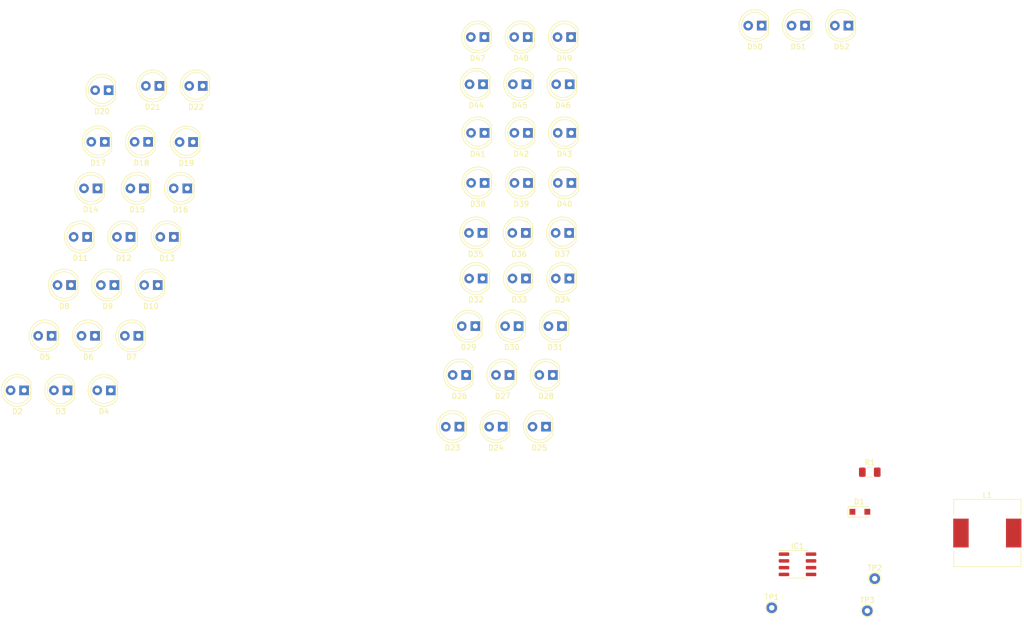
<source format=kicad_pcb>
(kicad_pcb (version 20171130) (host pcbnew "(5.1.2)-2")

  (general
    (thickness 1.6)
    (drawings 0)
    (tracks 0)
    (zones 0)
    (modules 58)
    (nets 41)
  )

  (page A4)
  (layers
    (0 F.Cu signal)
    (31 B.Cu signal)
    (32 B.Adhes user)
    (33 F.Adhes user)
    (34 B.Paste user)
    (35 F.Paste user)
    (36 B.SilkS user)
    (37 F.SilkS user)
    (38 B.Mask user)
    (39 F.Mask user)
    (40 Dwgs.User user)
    (41 Cmts.User user)
    (42 Eco1.User user)
    (43 Eco2.User user)
    (44 Edge.Cuts user)
    (45 Margin user)
    (46 B.CrtYd user)
    (47 F.CrtYd user)
    (48 B.Fab user)
    (49 F.Fab user)
  )

  (setup
    (last_trace_width 0.25)
    (trace_clearance 0.2)
    (zone_clearance 0.508)
    (zone_45_only no)
    (trace_min 0.2)
    (via_size 0.8)
    (via_drill 0.4)
    (via_min_size 0.4)
    (via_min_drill 0.3)
    (uvia_size 0.3)
    (uvia_drill 0.1)
    (uvias_allowed no)
    (uvia_min_size 0.2)
    (uvia_min_drill 0.1)
    (edge_width 0.05)
    (segment_width 0.2)
    (pcb_text_width 0.3)
    (pcb_text_size 1.5 1.5)
    (mod_edge_width 0.12)
    (mod_text_size 1 1)
    (mod_text_width 0.15)
    (pad_size 1.524 1.524)
    (pad_drill 0.762)
    (pad_to_mask_clearance 0.051)
    (solder_mask_min_width 0.25)
    (aux_axis_origin 95.32874 142.06728)
    (grid_origin 116.1288 141.00556)
    (visible_elements 7FFFFFFF)
    (pcbplotparams
      (layerselection 0x010fc_ffffffff)
      (usegerberextensions false)
      (usegerberattributes false)
      (usegerberadvancedattributes false)
      (creategerberjobfile false)
      (excludeedgelayer true)
      (linewidth 0.100000)
      (plotframeref false)
      (viasonmask false)
      (mode 1)
      (useauxorigin false)
      (hpglpennumber 1)
      (hpglpenspeed 20)
      (hpglpendiameter 15.000000)
      (psnegative false)
      (psa4output false)
      (plotreference true)
      (plotvalue true)
      (plotinvisibletext false)
      (padsonsilk false)
      (subtractmaskfromsilk false)
      (outputformat 1)
      (mirror false)
      (drillshape 1)
      (scaleselection 1)
      (outputdirectory ""))
  )

  (net 0 "")
  (net 1 "Net-(C1-Pad1)")
  (net 2 "Net-(D1-Pad2)")
  (net 3 I_Sense)
  (net 4 "Net-(D2-Pad1)")
  (net 5 "Net-(D3-Pad1)")
  (net 6 "Net-(D10-Pad1)")
  (net 7 "Net-(D5-Pad1)")
  (net 8 "Net-(D6-Pad1)")
  (net 9 "Net-(D8-Pad1)")
  (net 10 "Net-(D10-Pad2)")
  (net 11 "Net-(D11-Pad1)")
  (net 12 "Net-(D12-Pad1)")
  (net 13 "Net-(D14-Pad1)")
  (net 14 "Net-(D15-Pad1)")
  (net 15 "Net-(D17-Pad1)")
  (net 16 "Net-(D18-Pad1)")
  (net 17 "Net-(D20-Pad1)")
  (net 18 "Net-(D21-Pad1)")
  (net 19 "Net-(D23-Pad1)")
  (net 20 "Net-(D24-Pad1)")
  (net 21 "Net-(D26-Pad1)")
  (net 22 "Net-(D27-Pad1)")
  (net 23 "Net-(D29-Pad1)")
  (net 24 "Net-(D30-Pad1)")
  (net 25 "Net-(D32-Pad1)")
  (net 26 "Net-(D33-Pad1)")
  (net 27 "Net-(D35-Pad1)")
  (net 28 "Net-(D36-Pad1)")
  (net 29 "Net-(D38-Pad1)")
  (net 30 "Net-(D39-Pad1)")
  (net 31 "Net-(D41-Pad1)")
  (net 32 "Net-(D42-Pad1)")
  (net 33 "Net-(D44-Pad1)")
  (net 34 "Net-(D45-Pad1)")
  (net 35 "Net-(D47-Pad1)")
  (net 36 "Net-(D48-Pad1)")
  (net 37 "Net-(D50-Pad1)")
  (net 38 "Net-(D51-Pad1)")
  (net 39 Vset)
  (net 40 GND)

  (net_class Default "This is the default net class."
    (clearance 0.2)
    (trace_width 0.25)
    (via_dia 0.8)
    (via_drill 0.4)
    (uvia_dia 0.3)
    (uvia_drill 0.1)
    (add_net GND)
    (add_net I_Sense)
    (add_net "Net-(C1-Pad1)")
    (add_net "Net-(D1-Pad2)")
    (add_net "Net-(D10-Pad1)")
    (add_net "Net-(D10-Pad2)")
    (add_net "Net-(D11-Pad1)")
    (add_net "Net-(D12-Pad1)")
    (add_net "Net-(D14-Pad1)")
    (add_net "Net-(D15-Pad1)")
    (add_net "Net-(D17-Pad1)")
    (add_net "Net-(D18-Pad1)")
    (add_net "Net-(D2-Pad1)")
    (add_net "Net-(D20-Pad1)")
    (add_net "Net-(D21-Pad1)")
    (add_net "Net-(D23-Pad1)")
    (add_net "Net-(D24-Pad1)")
    (add_net "Net-(D26-Pad1)")
    (add_net "Net-(D27-Pad1)")
    (add_net "Net-(D29-Pad1)")
    (add_net "Net-(D3-Pad1)")
    (add_net "Net-(D30-Pad1)")
    (add_net "Net-(D32-Pad1)")
    (add_net "Net-(D33-Pad1)")
    (add_net "Net-(D35-Pad1)")
    (add_net "Net-(D36-Pad1)")
    (add_net "Net-(D38-Pad1)")
    (add_net "Net-(D39-Pad1)")
    (add_net "Net-(D41-Pad1)")
    (add_net "Net-(D42-Pad1)")
    (add_net "Net-(D44-Pad1)")
    (add_net "Net-(D45-Pad1)")
    (add_net "Net-(D47-Pad1)")
    (add_net "Net-(D48-Pad1)")
    (add_net "Net-(D5-Pad1)")
    (add_net "Net-(D50-Pad1)")
    (add_net "Net-(D51-Pad1)")
    (add_net "Net-(D6-Pad1)")
    (add_net "Net-(D8-Pad1)")
    (add_net Vset)
  )

  (module Package_SO:SOP-8_3.76x4.96mm_P1.27mm (layer F.Cu) (tedit 5C4A362D) (tstamp 5DC38D23)
    (at 221.60484 153.95448)
    (descr "SOP, 8 Pin (https://ww2.minicircuits.com/case_style/XX211.pdf), generated with kicad-footprint-generator ipc_gullwing_generator.py")
    (tags "SOP SO")
    (path /5DC328F3)
    (attr smd)
    (fp_text reference IC1 (at 0 -3.43) (layer F.SilkS)
      (effects (font (size 1 1) (thickness 0.15)))
    )
    (fp_text value PAM2863ECR (at 0 3.43) (layer F.Fab)
      (effects (font (size 1 1) (thickness 0.15)))
    )
    (fp_text user %R (at 3.83286 -4.28752) (layer F.Fab)
      (effects (font (size 0.94 0.94) (thickness 0.14)))
    )
    (fp_line (start 3.78 -2.73) (end -3.78 -2.73) (layer F.CrtYd) (width 0.05))
    (fp_line (start 3.78 2.73) (end 3.78 -2.73) (layer F.CrtYd) (width 0.05))
    (fp_line (start -3.78 2.73) (end 3.78 2.73) (layer F.CrtYd) (width 0.05))
    (fp_line (start -3.78 -2.73) (end -3.78 2.73) (layer F.CrtYd) (width 0.05))
    (fp_line (start -1.88 -1.54) (end -0.94 -2.48) (layer F.Fab) (width 0.1))
    (fp_line (start -1.88 2.48) (end -1.88 -1.54) (layer F.Fab) (width 0.1))
    (fp_line (start 1.88 2.48) (end -1.88 2.48) (layer F.Fab) (width 0.1))
    (fp_line (start 1.88 -2.48) (end 1.88 2.48) (layer F.Fab) (width 0.1))
    (fp_line (start -0.94 -2.48) (end 1.88 -2.48) (layer F.Fab) (width 0.1))
    (fp_line (start 0 -2.59) (end -3.525 -2.59) (layer F.SilkS) (width 0.12))
    (fp_line (start 0 -2.59) (end 1.88 -2.59) (layer F.SilkS) (width 0.12))
    (fp_line (start 0 2.59) (end -1.88 2.59) (layer F.SilkS) (width 0.12))
    (fp_line (start 0 2.59) (end 1.88 2.59) (layer F.SilkS) (width 0.12))
    (pad 8 smd roundrect (at 2.5375 -1.905) (size 1.975 0.65) (layers F.Cu F.Paste F.Mask) (roundrect_rratio 0.25)
      (net 40 GND))
    (pad 7 smd roundrect (at 2.5375 -0.635) (size 1.975 0.65) (layers F.Cu F.Paste F.Mask) (roundrect_rratio 0.25)
      (net 40 GND))
    (pad 6 smd roundrect (at 2.5375 0.635) (size 1.975 0.65) (layers F.Cu F.Paste F.Mask) (roundrect_rratio 0.25)
      (net 6 "Net-(D10-Pad1)"))
    (pad 5 smd roundrect (at 2.5375 1.905) (size 1.975 0.65) (layers F.Cu F.Paste F.Mask) (roundrect_rratio 0.25)
      (net 6 "Net-(D10-Pad1)"))
    (pad 4 smd roundrect (at -2.5375 1.905) (size 1.975 0.65) (layers F.Cu F.Paste F.Mask) (roundrect_rratio 0.25)
      (net 39 Vset))
    (pad 3 smd roundrect (at -2.5375 0.635) (size 1.975 0.65) (layers F.Cu F.Paste F.Mask) (roundrect_rratio 0.25)
      (net 40 GND))
    (pad 2 smd roundrect (at -2.5375 -0.635) (size 1.975 0.65) (layers F.Cu F.Paste F.Mask) (roundrect_rratio 0.25)
      (net 3 I_Sense))
    (pad 1 smd roundrect (at -2.5375 -1.905) (size 1.975 0.65) (layers F.Cu F.Paste F.Mask) (roundrect_rratio 0.25)
      (net 1 "Net-(C1-Pad1)"))
    (model ${KISYS3DMOD}/Package_SO.3dshapes/SOP-8_3.76x4.96mm_P1.27mm.wrl
      (at (xyz 0 0 0))
      (scale (xyz 1 1 1))
      (rotate (xyz 0 0 0))
    )
  )

  (module Diode_SMD:D_SOD-123F (layer F.Cu) (tedit 587F7769) (tstamp 5DC36939)
    (at 233.30408 144.1069)
    (descr D_SOD-123F)
    (tags D_SOD-123F)
    (path /5DC37250)
    (attr smd)
    (fp_text reference D1 (at -0.127 -1.905) (layer F.SilkS)
      (effects (font (size 1 1) (thickness 0.15)))
    )
    (fp_text value 3A/40VDC (at 0 2.1) (layer F.Fab)
      (effects (font (size 1 1) (thickness 0.15)))
    )
    (fp_text user %R (at -0.127 -1.905) (layer F.Fab)
      (effects (font (size 1 1) (thickness 0.15)))
    )
    (fp_line (start -2.2 -1) (end -2.2 1) (layer F.SilkS) (width 0.12))
    (fp_line (start 0.25 0) (end 0.75 0) (layer F.Fab) (width 0.1))
    (fp_line (start 0.25 0.4) (end -0.35 0) (layer F.Fab) (width 0.1))
    (fp_line (start 0.25 -0.4) (end 0.25 0.4) (layer F.Fab) (width 0.1))
    (fp_line (start -0.35 0) (end 0.25 -0.4) (layer F.Fab) (width 0.1))
    (fp_line (start -0.35 0) (end -0.35 0.55) (layer F.Fab) (width 0.1))
    (fp_line (start -0.35 0) (end -0.35 -0.55) (layer F.Fab) (width 0.1))
    (fp_line (start -0.75 0) (end -0.35 0) (layer F.Fab) (width 0.1))
    (fp_line (start -1.4 0.9) (end -1.4 -0.9) (layer F.Fab) (width 0.1))
    (fp_line (start 1.4 0.9) (end -1.4 0.9) (layer F.Fab) (width 0.1))
    (fp_line (start 1.4 -0.9) (end 1.4 0.9) (layer F.Fab) (width 0.1))
    (fp_line (start -1.4 -0.9) (end 1.4 -0.9) (layer F.Fab) (width 0.1))
    (fp_line (start -2.2 -1.15) (end 2.2 -1.15) (layer F.CrtYd) (width 0.05))
    (fp_line (start 2.2 -1.15) (end 2.2 1.15) (layer F.CrtYd) (width 0.05))
    (fp_line (start 2.2 1.15) (end -2.2 1.15) (layer F.CrtYd) (width 0.05))
    (fp_line (start -2.2 -1.15) (end -2.2 1.15) (layer F.CrtYd) (width 0.05))
    (fp_line (start -2.2 1) (end 1.65 1) (layer F.SilkS) (width 0.12))
    (fp_line (start -2.2 -1) (end 1.65 -1) (layer F.SilkS) (width 0.12))
    (pad 1 smd rect (at -1.4 0) (size 1.1 1.1) (layers F.Cu F.Paste F.Mask)
      (net 1 "Net-(C1-Pad1)"))
    (pad 2 smd rect (at 1.4 0) (size 1.1 1.1) (layers F.Cu F.Paste F.Mask)
      (net 2 "Net-(D1-Pad2)"))
    (model ${KISYS3DMOD}/Diode_SMD.3dshapes/D_SOD-123F.wrl
      (at (xyz 0 0 0))
      (scale (xyz 1 1 1))
      (rotate (xyz 0 0 0))
    )
  )

  (module LED_THT:LED_D5.0mm (layer F.Cu) (tedit 5995936A) (tstamp 5DC65A6D)
    (at 76.5175 121.32056 180)
    (descr "LED, diameter 5.0mm, 2 pins, http://cdn-reichelt.de/documents/datenblatt/A500/LL-504BC2E-009.pdf")
    (tags "LED diameter 5.0mm 2 pins")
    (path /5DC2D98D)
    (fp_text reference D2 (at 1.27 -3.96) (layer F.SilkS)
      (effects (font (size 1 1) (thickness 0.15)))
    )
    (fp_text value LED (at 1.27 3.96) (layer F.Fab)
      (effects (font (size 1 1) (thickness 0.15)))
    )
    (fp_text user %R (at 0.6223 2.06248) (layer F.Fab)
      (effects (font (size 0.8 0.8) (thickness 0.2)))
    )
    (fp_line (start 4.5 -3.25) (end -1.95 -3.25) (layer F.CrtYd) (width 0.05))
    (fp_line (start 4.5 3.25) (end 4.5 -3.25) (layer F.CrtYd) (width 0.05))
    (fp_line (start -1.95 3.25) (end 4.5 3.25) (layer F.CrtYd) (width 0.05))
    (fp_line (start -1.95 -3.25) (end -1.95 3.25) (layer F.CrtYd) (width 0.05))
    (fp_line (start -1.29 -1.545) (end -1.29 1.545) (layer F.SilkS) (width 0.12))
    (fp_line (start -1.23 -1.469694) (end -1.23 1.469694) (layer F.Fab) (width 0.1))
    (fp_circle (center 1.27 0) (end 3.77 0) (layer F.SilkS) (width 0.12))
    (fp_circle (center 1.27 0) (end 3.77 0) (layer F.Fab) (width 0.1))
    (fp_arc (start 1.27 0) (end -1.29 1.54483) (angle -148.9) (layer F.SilkS) (width 0.12))
    (fp_arc (start 1.27 0) (end -1.29 -1.54483) (angle 148.9) (layer F.SilkS) (width 0.12))
    (fp_arc (start 1.27 0) (end -1.23 -1.469694) (angle 299.1) (layer F.Fab) (width 0.1))
    (pad 2 thru_hole circle (at 2.54 0 180) (size 1.8 1.8) (drill 0.9) (layers *.Cu *.Mask)
      (net 3 I_Sense))
    (pad 1 thru_hole rect (at 0 0 180) (size 1.8 1.8) (drill 0.9) (layers *.Cu *.Mask)
      (net 4 "Net-(D2-Pad1)"))
    (model ${KISYS3DMOD}/LED_THT.3dshapes/LED_D5.0mm.wrl
      (at (xyz 0 0 0))
      (scale (xyz 1 1 1))
      (rotate (xyz 0 0 0))
    )
  )

  (module LED_THT:LED_D5.0mm (layer F.Cu) (tedit 5995936A) (tstamp 5DC658D5)
    (at 84.648598 121.32056 180)
    (descr "LED, diameter 5.0mm, 2 pins, http://cdn-reichelt.de/documents/datenblatt/A500/LL-504BC2E-009.pdf")
    (tags "LED diameter 5.0mm 2 pins")
    (path /5DC3A7E3)
    (fp_text reference D3 (at 1.27 -3.96) (layer F.SilkS)
      (effects (font (size 1 1) (thickness 0.15)))
    )
    (fp_text value LED (at 1.27 3.96) (layer F.Fab)
      (effects (font (size 1 1) (thickness 0.15)))
    )
    (fp_arc (start 1.27 0) (end -1.23 -1.469694) (angle 299.1) (layer F.Fab) (width 0.1))
    (fp_arc (start 1.27 0) (end -1.29 -1.54483) (angle 148.9) (layer F.SilkS) (width 0.12))
    (fp_arc (start 1.27 0) (end -1.29 1.54483) (angle -148.9) (layer F.SilkS) (width 0.12))
    (fp_circle (center 1.27 0) (end 3.77 0) (layer F.Fab) (width 0.1))
    (fp_circle (center 1.27 0) (end 3.77 0) (layer F.SilkS) (width 0.12))
    (fp_line (start -1.23 -1.469694) (end -1.23 1.469694) (layer F.Fab) (width 0.1))
    (fp_line (start -1.29 -1.545) (end -1.29 1.545) (layer F.SilkS) (width 0.12))
    (fp_line (start -1.95 -3.25) (end -1.95 3.25) (layer F.CrtYd) (width 0.05))
    (fp_line (start -1.95 3.25) (end 4.5 3.25) (layer F.CrtYd) (width 0.05))
    (fp_line (start 4.5 3.25) (end 4.5 -3.25) (layer F.CrtYd) (width 0.05))
    (fp_line (start 4.5 -3.25) (end -1.95 -3.25) (layer F.CrtYd) (width 0.05))
    (fp_text user %R (at 1.25 0) (layer F.Fab)
      (effects (font (size 0.8 0.8) (thickness 0.2)))
    )
    (pad 1 thru_hole rect (at 0 0 180) (size 1.8 1.8) (drill 0.9) (layers *.Cu *.Mask)
      (net 5 "Net-(D3-Pad1)"))
    (pad 2 thru_hole circle (at 2.54 0 180) (size 1.8 1.8) (drill 0.9) (layers *.Cu *.Mask)
      (net 4 "Net-(D2-Pad1)"))
    (model ${KISYS3DMOD}/LED_THT.3dshapes/LED_D5.0mm.wrl
      (at (xyz 0 0 0))
      (scale (xyz 1 1 1))
      (rotate (xyz 0 0 0))
    )
  )

  (module LED_THT:LED_D5.0mm (layer F.Cu) (tedit 5995936A) (tstamp 5DC65A07)
    (at 92.779696 121.32056 180)
    (descr "LED, diameter 5.0mm, 2 pins, http://cdn-reichelt.de/documents/datenblatt/A500/LL-504BC2E-009.pdf")
    (tags "LED diameter 5.0mm 2 pins")
    (path /5DC3AEB7)
    (fp_text reference D4 (at 1.27 -3.96) (layer F.SilkS)
      (effects (font (size 1 1) (thickness 0.15)))
    )
    (fp_text value LED (at 1.27 3.96) (layer F.Fab)
      (effects (font (size 1 1) (thickness 0.15)))
    )
    (fp_text user %R (at 1.25 0) (layer F.Fab)
      (effects (font (size 0.8 0.8) (thickness 0.2)))
    )
    (fp_line (start 4.5 -3.25) (end -1.95 -3.25) (layer F.CrtYd) (width 0.05))
    (fp_line (start 4.5 3.25) (end 4.5 -3.25) (layer F.CrtYd) (width 0.05))
    (fp_line (start -1.95 3.25) (end 4.5 3.25) (layer F.CrtYd) (width 0.05))
    (fp_line (start -1.95 -3.25) (end -1.95 3.25) (layer F.CrtYd) (width 0.05))
    (fp_line (start -1.29 -1.545) (end -1.29 1.545) (layer F.SilkS) (width 0.12))
    (fp_line (start -1.23 -1.469694) (end -1.23 1.469694) (layer F.Fab) (width 0.1))
    (fp_circle (center 1.27 0) (end 3.77 0) (layer F.SilkS) (width 0.12))
    (fp_circle (center 1.27 0) (end 3.77 0) (layer F.Fab) (width 0.1))
    (fp_arc (start 1.27 0) (end -1.29 1.54483) (angle -148.9) (layer F.SilkS) (width 0.12))
    (fp_arc (start 1.27 0) (end -1.29 -1.54483) (angle 148.9) (layer F.SilkS) (width 0.12))
    (fp_arc (start 1.27 0) (end -1.23 -1.469694) (angle 299.1) (layer F.Fab) (width 0.1))
    (pad 2 thru_hole circle (at 2.54 0 180) (size 1.8 1.8) (drill 0.9) (layers *.Cu *.Mask)
      (net 5 "Net-(D3-Pad1)"))
    (pad 1 thru_hole rect (at 0 0 180) (size 1.8 1.8) (drill 0.9) (layers *.Cu *.Mask)
      (net 6 "Net-(D10-Pad1)"))
    (model ${KISYS3DMOD}/LED_THT.3dshapes/LED_D5.0mm.wrl
      (at (xyz 0 0 0))
      (scale (xyz 1 1 1))
      (rotate (xyz 0 0 0))
    )
  )

  (module LED_THT:LED_D5.0mm (layer F.Cu) (tedit 5995936A) (tstamp 5DC659A1)
    (at 81.690614 111.09198 180)
    (descr "LED, diameter 5.0mm, 2 pins, http://cdn-reichelt.de/documents/datenblatt/A500/LL-504BC2E-009.pdf")
    (tags "LED diameter 5.0mm 2 pins")
    (path /5DC41D08)
    (fp_text reference D5 (at 1.27 -3.96) (layer F.SilkS)
      (effects (font (size 1 1) (thickness 0.15)))
    )
    (fp_text value LED (at 1.27 3.96) (layer F.Fab)
      (effects (font (size 1 1) (thickness 0.15)))
    )
    (fp_arc (start 1.27 0) (end -1.23 -1.469694) (angle 299.1) (layer F.Fab) (width 0.1))
    (fp_arc (start 1.27 0) (end -1.29 -1.54483) (angle 148.9) (layer F.SilkS) (width 0.12))
    (fp_arc (start 1.27 0) (end -1.29 1.54483) (angle -148.9) (layer F.SilkS) (width 0.12))
    (fp_circle (center 1.27 0) (end 3.77 0) (layer F.Fab) (width 0.1))
    (fp_circle (center 1.27 0) (end 3.77 0) (layer F.SilkS) (width 0.12))
    (fp_line (start -1.23 -1.469694) (end -1.23 1.469694) (layer F.Fab) (width 0.1))
    (fp_line (start -1.29 -1.545) (end -1.29 1.545) (layer F.SilkS) (width 0.12))
    (fp_line (start -1.95 -3.25) (end -1.95 3.25) (layer F.CrtYd) (width 0.05))
    (fp_line (start -1.95 3.25) (end 4.5 3.25) (layer F.CrtYd) (width 0.05))
    (fp_line (start 4.5 3.25) (end 4.5 -3.25) (layer F.CrtYd) (width 0.05))
    (fp_line (start 4.5 -3.25) (end -1.95 -3.25) (layer F.CrtYd) (width 0.05))
    (fp_text user %R (at 1.25 0 180) (layer F.Fab)
      (effects (font (size 0.8 0.8) (thickness 0.2)))
    )
    (pad 1 thru_hole rect (at 0 0 180) (size 1.8 1.8) (drill 0.9) (layers *.Cu *.Mask)
      (net 7 "Net-(D5-Pad1)"))
    (pad 2 thru_hole circle (at 2.54 0 180) (size 1.8 1.8) (drill 0.9) (layers *.Cu *.Mask)
      (net 3 I_Sense))
    (model ${KISYS3DMOD}/LED_THT.3dshapes/LED_D5.0mm.wrl
      (at (xyz 0 0 0))
      (scale (xyz 1 1 1))
      (rotate (xyz 0 0 0))
    )
  )

  (module LED_THT:LED_D5.0mm (layer F.Cu) (tedit 5995936A) (tstamp 5DC6596E)
    (at 89.821712 111.09198 180)
    (descr "LED, diameter 5.0mm, 2 pins, http://cdn-reichelt.de/documents/datenblatt/A500/LL-504BC2E-009.pdf")
    (tags "LED diameter 5.0mm 2 pins")
    (path /5DC41D0E)
    (fp_text reference D6 (at 1.27 -3.96) (layer F.SilkS)
      (effects (font (size 1 1) (thickness 0.15)))
    )
    (fp_text value LED (at 1.27 3.96) (layer F.Fab)
      (effects (font (size 1 1) (thickness 0.15)))
    )
    (fp_arc (start 1.27 0) (end -1.23 -1.469694) (angle 299.1) (layer F.Fab) (width 0.1))
    (fp_arc (start 1.27 0) (end -1.29 -1.54483) (angle 148.9) (layer F.SilkS) (width 0.12))
    (fp_arc (start 1.27 0) (end -1.29 1.54483) (angle -148.9) (layer F.SilkS) (width 0.12))
    (fp_circle (center 1.27 0) (end 3.77 0) (layer F.Fab) (width 0.1))
    (fp_circle (center 1.27 0) (end 3.77 0) (layer F.SilkS) (width 0.12))
    (fp_line (start -1.23 -1.469694) (end -1.23 1.469694) (layer F.Fab) (width 0.1))
    (fp_line (start -1.29 -1.545) (end -1.29 1.545) (layer F.SilkS) (width 0.12))
    (fp_line (start -1.95 -3.25) (end -1.95 3.25) (layer F.CrtYd) (width 0.05))
    (fp_line (start -1.95 3.25) (end 4.5 3.25) (layer F.CrtYd) (width 0.05))
    (fp_line (start 4.5 3.25) (end 4.5 -3.25) (layer F.CrtYd) (width 0.05))
    (fp_line (start 4.5 -3.25) (end -1.95 -3.25) (layer F.CrtYd) (width 0.05))
    (fp_text user %R (at 1.25 0) (layer F.Fab)
      (effects (font (size 0.8 0.8) (thickness 0.2)))
    )
    (pad 1 thru_hole rect (at 0 0 180) (size 1.8 1.8) (drill 0.9) (layers *.Cu *.Mask)
      (net 8 "Net-(D6-Pad1)"))
    (pad 2 thru_hole circle (at 2.54 0 180) (size 1.8 1.8) (drill 0.9) (layers *.Cu *.Mask)
      (net 7 "Net-(D5-Pad1)"))
    (model ${KISYS3DMOD}/LED_THT.3dshapes/LED_D5.0mm.wrl
      (at (xyz 0 0 0))
      (scale (xyz 1 1 1))
      (rotate (xyz 0 0 0))
    )
  )

  (module LED_THT:LED_D5.0mm (layer F.Cu) (tedit 5995936A) (tstamp 5DC6593B)
    (at 97.95281 111.09198 180)
    (descr "LED, diameter 5.0mm, 2 pins, http://cdn-reichelt.de/documents/datenblatt/A500/LL-504BC2E-009.pdf")
    (tags "LED diameter 5.0mm 2 pins")
    (path /5DC41D14)
    (fp_text reference D7 (at 1.27 -3.96) (layer F.SilkS)
      (effects (font (size 1 1) (thickness 0.15)))
    )
    (fp_text value LED (at 1.27 3.96) (layer F.Fab)
      (effects (font (size 1 1) (thickness 0.15)))
    )
    (fp_text user %R (at 1.25 0) (layer F.Fab)
      (effects (font (size 0.8 0.8) (thickness 0.2)))
    )
    (fp_line (start 4.5 -3.25) (end -1.95 -3.25) (layer F.CrtYd) (width 0.05))
    (fp_line (start 4.5 3.25) (end 4.5 -3.25) (layer F.CrtYd) (width 0.05))
    (fp_line (start -1.95 3.25) (end 4.5 3.25) (layer F.CrtYd) (width 0.05))
    (fp_line (start -1.95 -3.25) (end -1.95 3.25) (layer F.CrtYd) (width 0.05))
    (fp_line (start -1.29 -1.545) (end -1.29 1.545) (layer F.SilkS) (width 0.12))
    (fp_line (start -1.23 -1.469694) (end -1.23 1.469694) (layer F.Fab) (width 0.1))
    (fp_circle (center 1.27 0) (end 3.77 0) (layer F.SilkS) (width 0.12))
    (fp_circle (center 1.27 0) (end 3.77 0) (layer F.Fab) (width 0.1))
    (fp_arc (start 1.27 0) (end -1.29 1.54483) (angle -148.9) (layer F.SilkS) (width 0.12))
    (fp_arc (start 1.27 0) (end -1.29 -1.54483) (angle 148.9) (layer F.SilkS) (width 0.12))
    (fp_arc (start 1.27 0) (end -1.23 -1.469694) (angle 299.1) (layer F.Fab) (width 0.1))
    (pad 2 thru_hole circle (at 2.54 0 180) (size 1.8 1.8) (drill 0.9) (layers *.Cu *.Mask)
      (net 8 "Net-(D6-Pad1)"))
    (pad 1 thru_hole rect (at 0 0 180) (size 1.8 1.8) (drill 0.9) (layers *.Cu *.Mask)
      (net 6 "Net-(D10-Pad1)"))
    (model ${KISYS3DMOD}/LED_THT.3dshapes/LED_D5.0mm.wrl
      (at (xyz 0 0 0))
      (scale (xyz 1 1 1))
      (rotate (xyz 0 0 0))
    )
  )

  (module LED_THT:LED_D5.0mm (layer F.Cu) (tedit 5995936A) (tstamp 5DC65A3A)
    (at 85.324488 101.56952 180)
    (descr "LED, diameter 5.0mm, 2 pins, http://cdn-reichelt.de/documents/datenblatt/A500/LL-504BC2E-009.pdf")
    (tags "LED diameter 5.0mm 2 pins")
    (path /5DC45622)
    (fp_text reference D8 (at 1.27 -3.96) (layer F.SilkS)
      (effects (font (size 1 1) (thickness 0.15)))
    )
    (fp_text value LED (at 1.27 3.96) (layer F.Fab)
      (effects (font (size 1 1) (thickness 0.15)))
    )
    (fp_arc (start 1.27 0) (end -1.23 -1.469694) (angle 299.1) (layer F.Fab) (width 0.1))
    (fp_arc (start 1.27 0) (end -1.29 -1.54483) (angle 148.9) (layer F.SilkS) (width 0.12))
    (fp_arc (start 1.27 0) (end -1.29 1.54483) (angle -148.9) (layer F.SilkS) (width 0.12))
    (fp_circle (center 1.27 0) (end 3.77 0) (layer F.Fab) (width 0.1))
    (fp_circle (center 1.27 0) (end 3.77 0) (layer F.SilkS) (width 0.12))
    (fp_line (start -1.23 -1.469694) (end -1.23 1.469694) (layer F.Fab) (width 0.1))
    (fp_line (start -1.29 -1.545) (end -1.29 1.545) (layer F.SilkS) (width 0.12))
    (fp_line (start -1.95 -3.25) (end -1.95 3.25) (layer F.CrtYd) (width 0.05))
    (fp_line (start -1.95 3.25) (end 4.5 3.25) (layer F.CrtYd) (width 0.05))
    (fp_line (start 4.5 3.25) (end 4.5 -3.25) (layer F.CrtYd) (width 0.05))
    (fp_line (start 4.5 -3.25) (end -1.95 -3.25) (layer F.CrtYd) (width 0.05))
    (fp_text user %R (at 1.25 0) (layer F.Fab)
      (effects (font (size 0.8 0.8) (thickness 0.2)))
    )
    (pad 1 thru_hole rect (at 0 0 180) (size 1.8 1.8) (drill 0.9) (layers *.Cu *.Mask)
      (net 9 "Net-(D8-Pad1)"))
    (pad 2 thru_hole circle (at 2.54 0 180) (size 1.8 1.8) (drill 0.9) (layers *.Cu *.Mask)
      (net 3 I_Sense))
    (model ${KISYS3DMOD}/LED_THT.3dshapes/LED_D5.0mm.wrl
      (at (xyz 0 0 0))
      (scale (xyz 1 1 1))
      (rotate (xyz 0 0 0))
    )
  )

  (module LED_THT:LED_D5.0mm (layer F.Cu) (tedit 5995936A) (tstamp 5DC659D4)
    (at 93.455586 101.56952 180)
    (descr "LED, diameter 5.0mm, 2 pins, http://cdn-reichelt.de/documents/datenblatt/A500/LL-504BC2E-009.pdf")
    (tags "LED diameter 5.0mm 2 pins")
    (path /5DC45628)
    (fp_text reference D9 (at 1.27 -3.96) (layer F.SilkS)
      (effects (font (size 1 1) (thickness 0.15)))
    )
    (fp_text value LED (at 1.27 3.96) (layer F.Fab)
      (effects (font (size 1 1) (thickness 0.15)))
    )
    (fp_text user %R (at 1.25 0) (layer F.Fab)
      (effects (font (size 0.8 0.8) (thickness 0.2)))
    )
    (fp_line (start 4.5 -3.25) (end -1.95 -3.25) (layer F.CrtYd) (width 0.05))
    (fp_line (start 4.5 3.25) (end 4.5 -3.25) (layer F.CrtYd) (width 0.05))
    (fp_line (start -1.95 3.25) (end 4.5 3.25) (layer F.CrtYd) (width 0.05))
    (fp_line (start -1.95 -3.25) (end -1.95 3.25) (layer F.CrtYd) (width 0.05))
    (fp_line (start -1.29 -1.545) (end -1.29 1.545) (layer F.SilkS) (width 0.12))
    (fp_line (start -1.23 -1.469694) (end -1.23 1.469694) (layer F.Fab) (width 0.1))
    (fp_circle (center 1.27 0) (end 3.77 0) (layer F.SilkS) (width 0.12))
    (fp_circle (center 1.27 0) (end 3.77 0) (layer F.Fab) (width 0.1))
    (fp_arc (start 1.27 0) (end -1.29 1.54483) (angle -148.9) (layer F.SilkS) (width 0.12))
    (fp_arc (start 1.27 0) (end -1.29 -1.54483) (angle 148.9) (layer F.SilkS) (width 0.12))
    (fp_arc (start 1.27 0) (end -1.23 -1.469694) (angle 299.1) (layer F.Fab) (width 0.1))
    (pad 2 thru_hole circle (at 2.54 0 180) (size 1.8 1.8) (drill 0.9) (layers *.Cu *.Mask)
      (net 9 "Net-(D8-Pad1)"))
    (pad 1 thru_hole rect (at 0 0 180) (size 1.8 1.8) (drill 0.9) (layers *.Cu *.Mask)
      (net 10 "Net-(D10-Pad2)"))
    (model ${KISYS3DMOD}/LED_THT.3dshapes/LED_D5.0mm.wrl
      (at (xyz 0 0 0))
      (scale (xyz 1 1 1))
      (rotate (xyz 0 0 0))
    )
  )

  (module LED_THT:LED_D5.0mm (layer F.Cu) (tedit 5995936A) (tstamp 5DC65908)
    (at 101.586684 101.56952 180)
    (descr "LED, diameter 5.0mm, 2 pins, http://cdn-reichelt.de/documents/datenblatt/A500/LL-504BC2E-009.pdf")
    (tags "LED diameter 5.0mm 2 pins")
    (path /5DC4562E)
    (fp_text reference D10 (at 1.27 -3.96) (layer F.SilkS)
      (effects (font (size 1 1) (thickness 0.15)))
    )
    (fp_text value LED (at 1.27 3.96) (layer F.Fab)
      (effects (font (size 1 1) (thickness 0.15)))
    )
    (fp_arc (start 1.27 0) (end -1.23 -1.469694) (angle 299.1) (layer F.Fab) (width 0.1))
    (fp_arc (start 1.27 0) (end -1.29 -1.54483) (angle 148.9) (layer F.SilkS) (width 0.12))
    (fp_arc (start 1.27 0) (end -1.29 1.54483) (angle -148.9) (layer F.SilkS) (width 0.12))
    (fp_circle (center 1.27 0) (end 3.77 0) (layer F.Fab) (width 0.1))
    (fp_circle (center 1.27 0) (end 3.77 0) (layer F.SilkS) (width 0.12))
    (fp_line (start -1.23 -1.469694) (end -1.23 1.469694) (layer F.Fab) (width 0.1))
    (fp_line (start -1.29 -1.545) (end -1.29 1.545) (layer F.SilkS) (width 0.12))
    (fp_line (start -1.95 -3.25) (end -1.95 3.25) (layer F.CrtYd) (width 0.05))
    (fp_line (start -1.95 3.25) (end 4.5 3.25) (layer F.CrtYd) (width 0.05))
    (fp_line (start 4.5 3.25) (end 4.5 -3.25) (layer F.CrtYd) (width 0.05))
    (fp_line (start 4.5 -3.25) (end -1.95 -3.25) (layer F.CrtYd) (width 0.05))
    (fp_text user %R (at 1.25 0) (layer F.Fab)
      (effects (font (size 0.8 0.8) (thickness 0.2)))
    )
    (pad 1 thru_hole rect (at 0 0 180) (size 1.8 1.8) (drill 0.9) (layers *.Cu *.Mask)
      (net 6 "Net-(D10-Pad1)"))
    (pad 2 thru_hole circle (at 2.54 0 180) (size 1.8 1.8) (drill 0.9) (layers *.Cu *.Mask)
      (net 10 "Net-(D10-Pad2)"))
    (model ${KISYS3DMOD}/LED_THT.3dshapes/LED_D5.0mm.wrl
      (at (xyz 0 0 0))
      (scale (xyz 1 1 1))
      (rotate (xyz 0 0 0))
    )
  )

  (module LED_THT:LED_D5.0mm (layer F.Cu) (tedit 5995936A) (tstamp 5DC658A2)
    (at 88.346222 92.53982 180)
    (descr "LED, diameter 5.0mm, 2 pins, http://cdn-reichelt.de/documents/datenblatt/A500/LL-504BC2E-009.pdf")
    (tags "LED diameter 5.0mm 2 pins")
    (path /5DC45634)
    (fp_text reference D11 (at 1.27 -3.96) (layer F.SilkS)
      (effects (font (size 1 1) (thickness 0.15)))
    )
    (fp_text value LED (at 1.27 3.96) (layer F.Fab)
      (effects (font (size 1 1) (thickness 0.15)))
    )
    (fp_text user %R (at 1.25 0) (layer F.Fab)
      (effects (font (size 0.8 0.8) (thickness 0.2)))
    )
    (fp_line (start 4.5 -3.25) (end -1.95 -3.25) (layer F.CrtYd) (width 0.05))
    (fp_line (start 4.5 3.25) (end 4.5 -3.25) (layer F.CrtYd) (width 0.05))
    (fp_line (start -1.95 3.25) (end 4.5 3.25) (layer F.CrtYd) (width 0.05))
    (fp_line (start -1.95 -3.25) (end -1.95 3.25) (layer F.CrtYd) (width 0.05))
    (fp_line (start -1.29 -1.545) (end -1.29 1.545) (layer F.SilkS) (width 0.12))
    (fp_line (start -1.23 -1.469694) (end -1.23 1.469694) (layer F.Fab) (width 0.1))
    (fp_circle (center 1.27 0) (end 3.77 0) (layer F.SilkS) (width 0.12))
    (fp_circle (center 1.27 0) (end 3.77 0) (layer F.Fab) (width 0.1))
    (fp_arc (start 1.27 0) (end -1.29 1.54483) (angle -148.9) (layer F.SilkS) (width 0.12))
    (fp_arc (start 1.27 0) (end -1.29 -1.54483) (angle 148.9) (layer F.SilkS) (width 0.12))
    (fp_arc (start 1.27 0) (end -1.23 -1.469694) (angle 299.1) (layer F.Fab) (width 0.1))
    (pad 2 thru_hole circle (at 2.54 0 180) (size 1.8 1.8) (drill 0.9) (layers *.Cu *.Mask)
      (net 3 I_Sense))
    (pad 1 thru_hole rect (at 0 0 180) (size 1.8 1.8) (drill 0.9) (layers *.Cu *.Mask)
      (net 11 "Net-(D11-Pad1)"))
    (model ${KISYS3DMOD}/LED_THT.3dshapes/LED_D5.0mm.wrl
      (at (xyz 0 0 0))
      (scale (xyz 1 1 1))
      (rotate (xyz 0 0 0))
    )
  )

  (module LED_THT:LED_D5.0mm (layer F.Cu) (tedit 5995936A) (tstamp 5DC6586F)
    (at 96.47732 92.53982 180)
    (descr "LED, diameter 5.0mm, 2 pins, http://cdn-reichelt.de/documents/datenblatt/A500/LL-504BC2E-009.pdf")
    (tags "LED diameter 5.0mm 2 pins")
    (path /5DC4563A)
    (fp_text reference D12 (at 1.27 -3.96) (layer F.SilkS)
      (effects (font (size 1 1) (thickness 0.15)))
    )
    (fp_text value LED (at 1.27 3.96) (layer F.Fab)
      (effects (font (size 1 1) (thickness 0.15)))
    )
    (fp_arc (start 1.27 0) (end -1.23 -1.469694) (angle 299.1) (layer F.Fab) (width 0.1))
    (fp_arc (start 1.27 0) (end -1.29 -1.54483) (angle 148.9) (layer F.SilkS) (width 0.12))
    (fp_arc (start 1.27 0) (end -1.29 1.54483) (angle -148.9) (layer F.SilkS) (width 0.12))
    (fp_circle (center 1.27 0) (end 3.77 0) (layer F.Fab) (width 0.1))
    (fp_circle (center 1.27 0) (end 3.77 0) (layer F.SilkS) (width 0.12))
    (fp_line (start -1.23 -1.469694) (end -1.23 1.469694) (layer F.Fab) (width 0.1))
    (fp_line (start -1.29 -1.545) (end -1.29 1.545) (layer F.SilkS) (width 0.12))
    (fp_line (start -1.95 -3.25) (end -1.95 3.25) (layer F.CrtYd) (width 0.05))
    (fp_line (start -1.95 3.25) (end 4.5 3.25) (layer F.CrtYd) (width 0.05))
    (fp_line (start 4.5 3.25) (end 4.5 -3.25) (layer F.CrtYd) (width 0.05))
    (fp_line (start 4.5 -3.25) (end -1.95 -3.25) (layer F.CrtYd) (width 0.05))
    (fp_text user %R (at 1.25 0) (layer F.Fab)
      (effects (font (size 0.8 0.8) (thickness 0.2)))
    )
    (pad 1 thru_hole rect (at 0 0 180) (size 1.8 1.8) (drill 0.9) (layers *.Cu *.Mask)
      (net 12 "Net-(D12-Pad1)"))
    (pad 2 thru_hole circle (at 2.54 0 180) (size 1.8 1.8) (drill 0.9) (layers *.Cu *.Mask)
      (net 11 "Net-(D11-Pad1)"))
    (model ${KISYS3DMOD}/LED_THT.3dshapes/LED_D5.0mm.wrl
      (at (xyz 0 0 0))
      (scale (xyz 1 1 1))
      (rotate (xyz 0 0 0))
    )
  )

  (module LED_THT:LED_D5.0mm (layer F.Cu) (tedit 5995936A) (tstamp 5DC6583C)
    (at 104.608418 92.53982 180)
    (descr "LED, diameter 5.0mm, 2 pins, http://cdn-reichelt.de/documents/datenblatt/A500/LL-504BC2E-009.pdf")
    (tags "LED diameter 5.0mm 2 pins")
    (path /5DC45640)
    (fp_text reference D13 (at 1.27 -3.96) (layer F.SilkS)
      (effects (font (size 1 1) (thickness 0.15)))
    )
    (fp_text value LED (at 1.27 3.96) (layer F.Fab)
      (effects (font (size 1 1) (thickness 0.15)))
    )
    (fp_text user %R (at 1.25 0) (layer F.Fab)
      (effects (font (size 0.8 0.8) (thickness 0.2)))
    )
    (fp_line (start 4.5 -3.25) (end -1.95 -3.25) (layer F.CrtYd) (width 0.05))
    (fp_line (start 4.5 3.25) (end 4.5 -3.25) (layer F.CrtYd) (width 0.05))
    (fp_line (start -1.95 3.25) (end 4.5 3.25) (layer F.CrtYd) (width 0.05))
    (fp_line (start -1.95 -3.25) (end -1.95 3.25) (layer F.CrtYd) (width 0.05))
    (fp_line (start -1.29 -1.545) (end -1.29 1.545) (layer F.SilkS) (width 0.12))
    (fp_line (start -1.23 -1.469694) (end -1.23 1.469694) (layer F.Fab) (width 0.1))
    (fp_circle (center 1.27 0) (end 3.77 0) (layer F.SilkS) (width 0.12))
    (fp_circle (center 1.27 0) (end 3.77 0) (layer F.Fab) (width 0.1))
    (fp_arc (start 1.27 0) (end -1.29 1.54483) (angle -148.9) (layer F.SilkS) (width 0.12))
    (fp_arc (start 1.27 0) (end -1.29 -1.54483) (angle 148.9) (layer F.SilkS) (width 0.12))
    (fp_arc (start 1.27 0) (end -1.23 -1.469694) (angle 299.1) (layer F.Fab) (width 0.1))
    (pad 2 thru_hole circle (at 2.54 0 180) (size 1.8 1.8) (drill 0.9) (layers *.Cu *.Mask)
      (net 12 "Net-(D12-Pad1)"))
    (pad 1 thru_hole rect (at 0 0 180) (size 1.8 1.8) (drill 0.9) (layers *.Cu *.Mask)
      (net 6 "Net-(D10-Pad1)"))
    (model ${KISYS3DMOD}/LED_THT.3dshapes/LED_D5.0mm.wrl
      (at (xyz 0 0 0))
      (scale (xyz 1 1 1))
      (rotate (xyz 0 0 0))
    )
  )

  (module LED_THT:LED_D5.0mm (layer F.Cu) (tedit 5995936A) (tstamp 5DC65809)
    (at 90.29192 83.43392 180)
    (descr "LED, diameter 5.0mm, 2 pins, http://cdn-reichelt.de/documents/datenblatt/A500/LL-504BC2E-009.pdf")
    (tags "LED diameter 5.0mm 2 pins")
    (path /5DC52A88)
    (fp_text reference D14 (at 1.27 -3.96) (layer F.SilkS)
      (effects (font (size 1 1) (thickness 0.15)))
    )
    (fp_text value LED (at 1.27 3.96) (layer F.Fab)
      (effects (font (size 1 1) (thickness 0.15)))
    )
    (fp_arc (start 1.27 0) (end -1.23 -1.469694) (angle 299.1) (layer F.Fab) (width 0.1))
    (fp_arc (start 1.27 0) (end -1.29 -1.54483) (angle 148.9) (layer F.SilkS) (width 0.12))
    (fp_arc (start 1.27 0) (end -1.29 1.54483) (angle -148.9) (layer F.SilkS) (width 0.12))
    (fp_circle (center 1.27 0) (end 3.77 0) (layer F.Fab) (width 0.1))
    (fp_circle (center 1.27 0) (end 3.77 0) (layer F.SilkS) (width 0.12))
    (fp_line (start -1.23 -1.469694) (end -1.23 1.469694) (layer F.Fab) (width 0.1))
    (fp_line (start -1.29 -1.545) (end -1.29 1.545) (layer F.SilkS) (width 0.12))
    (fp_line (start -1.95 -3.25) (end -1.95 3.25) (layer F.CrtYd) (width 0.05))
    (fp_line (start -1.95 3.25) (end 4.5 3.25) (layer F.CrtYd) (width 0.05))
    (fp_line (start 4.5 3.25) (end 4.5 -3.25) (layer F.CrtYd) (width 0.05))
    (fp_line (start 4.5 -3.25) (end -1.95 -3.25) (layer F.CrtYd) (width 0.05))
    (fp_text user %R (at 1.25 0) (layer F.Fab)
      (effects (font (size 0.8 0.8) (thickness 0.2)))
    )
    (pad 1 thru_hole rect (at 0 0 180) (size 1.8 1.8) (drill 0.9) (layers *.Cu *.Mask)
      (net 13 "Net-(D14-Pad1)"))
    (pad 2 thru_hole circle (at 2.54 0 180) (size 1.8 1.8) (drill 0.9) (layers *.Cu *.Mask)
      (net 3 I_Sense))
    (model ${KISYS3DMOD}/LED_THT.3dshapes/LED_D5.0mm.wrl
      (at (xyz 0 0 0))
      (scale (xyz 1 1 1))
      (rotate (xyz 0 0 0))
    )
  )

  (module LED_THT:LED_D5.0mm (layer F.Cu) (tedit 5995936A) (tstamp 5DC657D6)
    (at 98.991054 83.43646 180)
    (descr "LED, diameter 5.0mm, 2 pins, http://cdn-reichelt.de/documents/datenblatt/A500/LL-504BC2E-009.pdf")
    (tags "LED diameter 5.0mm 2 pins")
    (path /5DC52A8E)
    (fp_text reference D15 (at 1.27 -3.96) (layer F.SilkS)
      (effects (font (size 1 1) (thickness 0.15)))
    )
    (fp_text value LED (at 2.10058 3.28422) (layer F.Fab)
      (effects (font (size 1 1) (thickness 0.15)))
    )
    (fp_text user %R (at 1.25 0 180) (layer F.Fab)
      (effects (font (size 0.8 0.8) (thickness 0.2)))
    )
    (fp_line (start 4.5 -3.25) (end -1.95 -3.25) (layer F.CrtYd) (width 0.05))
    (fp_line (start 4.5 3.25) (end 4.5 -3.25) (layer F.CrtYd) (width 0.05))
    (fp_line (start -1.95 3.25) (end 4.5 3.25) (layer F.CrtYd) (width 0.05))
    (fp_line (start -1.95 -3.25) (end -1.95 3.25) (layer F.CrtYd) (width 0.05))
    (fp_line (start -1.29 -1.545) (end -1.29 1.545) (layer F.SilkS) (width 0.12))
    (fp_line (start -1.23 -1.469694) (end -1.23 1.469694) (layer F.Fab) (width 0.1))
    (fp_circle (center 1.27 0) (end 3.77 0) (layer F.SilkS) (width 0.12))
    (fp_circle (center 1.27 0) (end 3.77 0) (layer F.Fab) (width 0.1))
    (fp_arc (start 1.27 0) (end -1.29 1.54483) (angle -148.9) (layer F.SilkS) (width 0.12))
    (fp_arc (start 1.27 0) (end -1.29 -1.54483) (angle 148.9) (layer F.SilkS) (width 0.12))
    (fp_arc (start 1.27 0) (end -1.23 -1.469694) (angle 299.1) (layer F.Fab) (width 0.1))
    (pad 2 thru_hole circle (at 2.54 0 180) (size 1.8 1.8) (drill 0.9) (layers *.Cu *.Mask)
      (net 13 "Net-(D14-Pad1)"))
    (pad 1 thru_hole rect (at 0 0 180) (size 1.8 1.8) (drill 0.9) (layers *.Cu *.Mask)
      (net 14 "Net-(D15-Pad1)"))
    (model ${KISYS3DMOD}/LED_THT.3dshapes/LED_D5.0mm.wrl
      (at (xyz 0 0 0))
      (scale (xyz 1 1 1))
      (rotate (xyz 0 0 0))
    )
  )

  (module LED_THT:LED_D5.0mm (layer F.Cu) (tedit 5995936A) (tstamp 5DC36A47)
    (at 107.122152 83.43646 180)
    (descr "LED, diameter 5.0mm, 2 pins, http://cdn-reichelt.de/documents/datenblatt/A500/LL-504BC2E-009.pdf")
    (tags "LED diameter 5.0mm 2 pins")
    (path /5DC52A94)
    (fp_text reference D16 (at 1.27 -3.96) (layer F.SilkS)
      (effects (font (size 1 1) (thickness 0.15)))
    )
    (fp_text value LED (at 1.27 3.96) (layer F.Fab)
      (effects (font (size 1 1) (thickness 0.15)))
    )
    (fp_arc (start 1.27 0) (end -1.23 -1.469694) (angle 299.1) (layer F.Fab) (width 0.1))
    (fp_arc (start 1.27 0) (end -1.29 -1.54483) (angle 148.9) (layer F.SilkS) (width 0.12))
    (fp_arc (start 1.27 0) (end -1.29 1.54483) (angle -148.9) (layer F.SilkS) (width 0.12))
    (fp_circle (center 1.27 0) (end 3.77 0) (layer F.Fab) (width 0.1))
    (fp_circle (center 1.27 0) (end 3.77 0) (layer F.SilkS) (width 0.12))
    (fp_line (start -1.23 -1.469694) (end -1.23 1.469694) (layer F.Fab) (width 0.1))
    (fp_line (start -1.29 -1.545) (end -1.29 1.545) (layer F.SilkS) (width 0.12))
    (fp_line (start -1.95 -3.25) (end -1.95 3.25) (layer F.CrtYd) (width 0.05))
    (fp_line (start -1.95 3.25) (end 4.5 3.25) (layer F.CrtYd) (width 0.05))
    (fp_line (start 4.5 3.25) (end 4.5 -3.25) (layer F.CrtYd) (width 0.05))
    (fp_line (start 4.5 -3.25) (end -1.95 -3.25) (layer F.CrtYd) (width 0.05))
    (fp_text user %R (at 1.25 0) (layer F.Fab)
      (effects (font (size 0.8 0.8) (thickness 0.2)))
    )
    (pad 1 thru_hole rect (at 0 0 180) (size 1.8 1.8) (drill 0.9) (layers *.Cu *.Mask)
      (net 6 "Net-(D10-Pad1)"))
    (pad 2 thru_hole circle (at 2.54 0 180) (size 1.8 1.8) (drill 0.9) (layers *.Cu *.Mask)
      (net 14 "Net-(D15-Pad1)"))
    (model ${KISYS3DMOD}/LED_THT.3dshapes/LED_D5.0mm.wrl
      (at (xyz 0 0 0))
      (scale (xyz 1 1 1))
      (rotate (xyz 0 0 0))
    )
  )

  (module LED_THT:LED_D5.0mm (layer F.Cu) (tedit 5995936A) (tstamp 5DC36A59)
    (at 91.65919 74.69886 180)
    (descr "LED, diameter 5.0mm, 2 pins, http://cdn-reichelt.de/documents/datenblatt/A500/LL-504BC2E-009.pdf")
    (tags "LED diameter 5.0mm 2 pins")
    (path /5DC52A9A)
    (fp_text reference D17 (at 1.27 -3.96) (layer F.SilkS)
      (effects (font (size 1 1) (thickness 0.15)))
    )
    (fp_text value LED (at 1.27 3.96) (layer F.Fab)
      (effects (font (size 1 1) (thickness 0.15)))
    )
    (fp_text user %R (at 1.25 0) (layer F.Fab)
      (effects (font (size 0.8 0.8) (thickness 0.2)))
    )
    (fp_line (start 4.5 -3.25) (end -1.95 -3.25) (layer F.CrtYd) (width 0.05))
    (fp_line (start 4.5 3.25) (end 4.5 -3.25) (layer F.CrtYd) (width 0.05))
    (fp_line (start -1.95 3.25) (end 4.5 3.25) (layer F.CrtYd) (width 0.05))
    (fp_line (start -1.95 -3.25) (end -1.95 3.25) (layer F.CrtYd) (width 0.05))
    (fp_line (start -1.29 -1.545) (end -1.29 1.545) (layer F.SilkS) (width 0.12))
    (fp_line (start -1.23 -1.469694) (end -1.23 1.469694) (layer F.Fab) (width 0.1))
    (fp_circle (center 1.27 0) (end 3.77 0) (layer F.SilkS) (width 0.12))
    (fp_circle (center 1.27 0) (end 3.77 0) (layer F.Fab) (width 0.1))
    (fp_arc (start 1.27 0) (end -1.29 1.54483) (angle -148.9) (layer F.SilkS) (width 0.12))
    (fp_arc (start 1.27 0) (end -1.29 -1.54483) (angle 148.9) (layer F.SilkS) (width 0.12))
    (fp_arc (start 1.27 0) (end -1.23 -1.469694) (angle 299.1) (layer F.Fab) (width 0.1))
    (pad 2 thru_hole circle (at 2.54 0 180) (size 1.8 1.8) (drill 0.9) (layers *.Cu *.Mask)
      (net 3 I_Sense))
    (pad 1 thru_hole rect (at 0 0 180) (size 1.8 1.8) (drill 0.9) (layers *.Cu *.Mask)
      (net 15 "Net-(D17-Pad1)"))
    (model ${KISYS3DMOD}/LED_THT.3dshapes/LED_D5.0mm.wrl
      (at (xyz 0 0 0))
      (scale (xyz 1 1 1))
      (rotate (xyz 0 0 0))
    )
  )

  (module LED_THT:LED_D5.0mm (layer F.Cu) (tedit 5995936A) (tstamp 5DC60B2D)
    (at 99.790288 74.69886 180)
    (descr "LED, diameter 5.0mm, 2 pins, http://cdn-reichelt.de/documents/datenblatt/A500/LL-504BC2E-009.pdf")
    (tags "LED diameter 5.0mm 2 pins")
    (path /5DC52AA0)
    (fp_text reference D18 (at 1.27 -3.96) (layer F.SilkS)
      (effects (font (size 1 1) (thickness 0.15)))
    )
    (fp_text value LED (at 1.27 3.96) (layer F.Fab)
      (effects (font (size 1 1) (thickness 0.15)))
    )
    (fp_arc (start 1.27 0) (end -1.23 -1.469694) (angle 299.1) (layer F.Fab) (width 0.1))
    (fp_arc (start 1.27 0) (end -1.29 -1.54483) (angle 148.9) (layer F.SilkS) (width 0.12))
    (fp_arc (start 1.27 0) (end -1.29 1.54483) (angle -148.9) (layer F.SilkS) (width 0.12))
    (fp_circle (center 1.27 0) (end 3.77 0) (layer F.Fab) (width 0.1))
    (fp_circle (center 1.27 0) (end 3.77 0) (layer F.SilkS) (width 0.12))
    (fp_line (start -1.23 -1.469694) (end -1.23 1.469694) (layer F.Fab) (width 0.1))
    (fp_line (start -1.29 -1.545) (end -1.29 1.545) (layer F.SilkS) (width 0.12))
    (fp_line (start -1.95 -3.25) (end -1.95 3.25) (layer F.CrtYd) (width 0.05))
    (fp_line (start -1.95 3.25) (end 4.5 3.25) (layer F.CrtYd) (width 0.05))
    (fp_line (start 4.5 3.25) (end 4.5 -3.25) (layer F.CrtYd) (width 0.05))
    (fp_line (start 4.5 -3.25) (end -1.95 -3.25) (layer F.CrtYd) (width 0.05))
    (fp_text user %R (at 1.25 0) (layer F.Fab)
      (effects (font (size 0.8 0.8) (thickness 0.2)))
    )
    (pad 1 thru_hole rect (at 0 0 180) (size 1.8 1.8) (drill 0.9) (layers *.Cu *.Mask)
      (net 16 "Net-(D18-Pad1)"))
    (pad 2 thru_hole circle (at 2.54 0 180) (size 1.8 1.8) (drill 0.9) (layers *.Cu *.Mask)
      (net 15 "Net-(D17-Pad1)"))
    (model ${KISYS3DMOD}/LED_THT.3dshapes/LED_D5.0mm.wrl
      (at (xyz 0 0 0))
      (scale (xyz 1 1 1))
      (rotate (xyz 0 0 0))
    )
  )

  (module LED_THT:LED_D5.0mm (layer F.Cu) (tedit 5995936A) (tstamp 5DC36A7D)
    (at 108.22178 74.73696 180)
    (descr "LED, diameter 5.0mm, 2 pins, http://cdn-reichelt.de/documents/datenblatt/A500/LL-504BC2E-009.pdf")
    (tags "LED diameter 5.0mm 2 pins")
    (path /5DC52AA6)
    (fp_text reference D19 (at 1.27 -3.96) (layer F.SilkS)
      (effects (font (size 1 1) (thickness 0.15)))
    )
    (fp_text value LED (at 1.27 3.96) (layer F.Fab)
      (effects (font (size 1 1) (thickness 0.15)))
    )
    (fp_arc (start 1.27 0) (end -1.23 -1.469694) (angle 299.1) (layer F.Fab) (width 0.1))
    (fp_arc (start 1.27 0) (end -1.29 -1.54483) (angle 148.9) (layer F.SilkS) (width 0.12))
    (fp_arc (start 1.27 0) (end -1.29 1.54483) (angle -148.9) (layer F.SilkS) (width 0.12))
    (fp_circle (center 1.27 0) (end 3.77 0) (layer F.Fab) (width 0.1))
    (fp_circle (center 1.27 0) (end 3.77 0) (layer F.SilkS) (width 0.12))
    (fp_line (start -1.23 -1.469694) (end -1.23 1.469694) (layer F.Fab) (width 0.1))
    (fp_line (start -1.29 -1.545) (end -1.29 1.545) (layer F.SilkS) (width 0.12))
    (fp_line (start -1.95 -3.25) (end -1.95 3.25) (layer F.CrtYd) (width 0.05))
    (fp_line (start -1.95 3.25) (end 4.5 3.25) (layer F.CrtYd) (width 0.05))
    (fp_line (start 4.5 3.25) (end 4.5 -3.25) (layer F.CrtYd) (width 0.05))
    (fp_line (start 4.5 -3.25) (end -1.95 -3.25) (layer F.CrtYd) (width 0.05))
    (fp_text user %R (at 0.820304 -1.06172) (layer F.Fab)
      (effects (font (size 0.8 0.8) (thickness 0.2)))
    )
    (pad 1 thru_hole rect (at 0 0 180) (size 1.8 1.8) (drill 0.9) (layers *.Cu *.Mask)
      (net 6 "Net-(D10-Pad1)"))
    (pad 2 thru_hole circle (at 2.54 0 180) (size 1.8 1.8) (drill 0.9) (layers *.Cu *.Mask)
      (net 16 "Net-(D18-Pad1)"))
    (model ${KISYS3DMOD}/LED_THT.3dshapes/LED_D5.0mm.wrl
      (at (xyz 0 0 0))
      (scale (xyz 1 1 1))
      (rotate (xyz 0 0 0))
    )
  )

  (module LED_THT:LED_D5.0mm (layer F.Cu) (tedit 5995936A) (tstamp 5DC36A8F)
    (at 92.38234 65.02146 180)
    (descr "LED, diameter 5.0mm, 2 pins, http://cdn-reichelt.de/documents/datenblatt/A500/LL-504BC2E-009.pdf")
    (tags "LED diameter 5.0mm 2 pins")
    (path /5DC52AAC)
    (fp_text reference D20 (at 1.27 -3.96) (layer F.SilkS)
      (effects (font (size 1 1) (thickness 0.15)))
    )
    (fp_text value LED (at 1.27 3.96) (layer F.Fab)
      (effects (font (size 1 1) (thickness 0.15)))
    )
    (fp_text user %R (at 1.25 0) (layer F.Fab)
      (effects (font (size 0.8 0.8) (thickness 0.2)))
    )
    (fp_line (start 4.5 -3.25) (end -1.95 -3.25) (layer F.CrtYd) (width 0.05))
    (fp_line (start 4.5 3.25) (end 4.5 -3.25) (layer F.CrtYd) (width 0.05))
    (fp_line (start -1.95 3.25) (end 4.5 3.25) (layer F.CrtYd) (width 0.05))
    (fp_line (start -1.95 -3.25) (end -1.95 3.25) (layer F.CrtYd) (width 0.05))
    (fp_line (start -1.29 -1.545) (end -1.29 1.545) (layer F.SilkS) (width 0.12))
    (fp_line (start -1.23 -1.469694) (end -1.23 1.469694) (layer F.Fab) (width 0.1))
    (fp_circle (center 1.27 0) (end 3.77 0) (layer F.SilkS) (width 0.12))
    (fp_circle (center 1.27 0) (end 3.77 0) (layer F.Fab) (width 0.1))
    (fp_arc (start 1.27 0) (end -1.29 1.54483) (angle -148.9) (layer F.SilkS) (width 0.12))
    (fp_arc (start 1.27 0) (end -1.29 -1.54483) (angle 148.9) (layer F.SilkS) (width 0.12))
    (fp_arc (start 1.27 0) (end -1.23 -1.469694) (angle 299.1) (layer F.Fab) (width 0.1))
    (pad 2 thru_hole circle (at 2.54 0 180) (size 1.8 1.8) (drill 0.9) (layers *.Cu *.Mask)
      (net 3 I_Sense))
    (pad 1 thru_hole rect (at 0 0 180) (size 1.8 1.8) (drill 0.9) (layers *.Cu *.Mask)
      (net 17 "Net-(D20-Pad1)"))
    (model ${KISYS3DMOD}/LED_THT.3dshapes/LED_D5.0mm.wrl
      (at (xyz 0 0 0))
      (scale (xyz 1 1 1))
      (rotate (xyz 0 0 0))
    )
  )

  (module LED_THT:LED_D5.0mm (layer F.Cu) (tedit 5995936A) (tstamp 5DC36AA1)
    (at 101.900162 64.2112 180)
    (descr "LED, diameter 5.0mm, 2 pins, http://cdn-reichelt.de/documents/datenblatt/A500/LL-504BC2E-009.pdf")
    (tags "LED diameter 5.0mm 2 pins")
    (path /5DC52AB2)
    (fp_text reference D21 (at 1.27 -3.96) (layer F.SilkS)
      (effects (font (size 1 1) (thickness 0.15)))
    )
    (fp_text value LED (at 1.27 3.96) (layer F.Fab)
      (effects (font (size 1 1) (thickness 0.15)))
    )
    (fp_arc (start 1.27 0) (end -1.23 -1.469694) (angle 299.1) (layer F.Fab) (width 0.1))
    (fp_arc (start 1.27 0) (end -1.29 -1.54483) (angle 148.9) (layer F.SilkS) (width 0.12))
    (fp_arc (start 1.27 0) (end -1.29 1.54483) (angle -148.9) (layer F.SilkS) (width 0.12))
    (fp_circle (center 1.27 0) (end 3.77 0) (layer F.Fab) (width 0.1))
    (fp_circle (center 1.27 0) (end 3.77 0) (layer F.SilkS) (width 0.12))
    (fp_line (start -1.23 -1.469694) (end -1.23 1.469694) (layer F.Fab) (width 0.1))
    (fp_line (start -1.29 -1.545) (end -1.29 1.545) (layer F.SilkS) (width 0.12))
    (fp_line (start -1.95 -3.25) (end -1.95 3.25) (layer F.CrtYd) (width 0.05))
    (fp_line (start -1.95 3.25) (end 4.5 3.25) (layer F.CrtYd) (width 0.05))
    (fp_line (start 4.5 3.25) (end 4.5 -3.25) (layer F.CrtYd) (width 0.05))
    (fp_line (start 4.5 -3.25) (end -1.95 -3.25) (layer F.CrtYd) (width 0.05))
    (fp_text user %R (at 1.25 0) (layer F.Fab)
      (effects (font (size 0.8 0.8) (thickness 0.2)))
    )
    (pad 1 thru_hole rect (at 0 0 180) (size 1.8 1.8) (drill 0.9) (layers *.Cu *.Mask)
      (net 18 "Net-(D21-Pad1)"))
    (pad 2 thru_hole circle (at 2.54 0 180) (size 1.8 1.8) (drill 0.9) (layers *.Cu *.Mask)
      (net 17 "Net-(D20-Pad1)"))
    (model ${KISYS3DMOD}/LED_THT.3dshapes/LED_D5.0mm.wrl
      (at (xyz 0 0 0))
      (scale (xyz 1 1 1))
      (rotate (xyz 0 0 0))
    )
  )

  (module LED_THT:LED_D5.0mm (layer F.Cu) (tedit 5995936A) (tstamp 5DC36AB3)
    (at 110.03126 64.2112 180)
    (descr "LED, diameter 5.0mm, 2 pins, http://cdn-reichelt.de/documents/datenblatt/A500/LL-504BC2E-009.pdf")
    (tags "LED diameter 5.0mm 2 pins")
    (path /5DC52AB8)
    (fp_text reference D22 (at 1.27 -3.96) (layer F.SilkS)
      (effects (font (size 1 1) (thickness 0.15)))
    )
    (fp_text value LED (at 1.27 3.96) (layer F.Fab)
      (effects (font (size 1 1) (thickness 0.15)))
    )
    (fp_text user %R (at 1.25 0) (layer F.Fab)
      (effects (font (size 0.8 0.8) (thickness 0.2)))
    )
    (fp_line (start 4.5 -3.25) (end -1.95 -3.25) (layer F.CrtYd) (width 0.05))
    (fp_line (start 4.5 3.25) (end 4.5 -3.25) (layer F.CrtYd) (width 0.05))
    (fp_line (start -1.95 3.25) (end 4.5 3.25) (layer F.CrtYd) (width 0.05))
    (fp_line (start -1.95 -3.25) (end -1.95 3.25) (layer F.CrtYd) (width 0.05))
    (fp_line (start -1.29 -1.545) (end -1.29 1.545) (layer F.SilkS) (width 0.12))
    (fp_line (start -1.23 -1.469694) (end -1.23 1.469694) (layer F.Fab) (width 0.1))
    (fp_circle (center 1.27 0) (end 3.77 0) (layer F.SilkS) (width 0.12))
    (fp_circle (center 1.27 0) (end 3.77 0) (layer F.Fab) (width 0.1))
    (fp_arc (start 1.27 0) (end -1.29 1.54483) (angle -148.9) (layer F.SilkS) (width 0.12))
    (fp_arc (start 1.27 0) (end -1.29 -1.54483) (angle 148.9) (layer F.SilkS) (width 0.12))
    (fp_arc (start 1.27 0) (end -1.23 -1.469694) (angle 299.1) (layer F.Fab) (width 0.1))
    (pad 2 thru_hole circle (at 2.54 0 180) (size 1.8 1.8) (drill 0.9) (layers *.Cu *.Mask)
      (net 18 "Net-(D21-Pad1)"))
    (pad 1 thru_hole rect (at 0 0 180) (size 1.8 1.8) (drill 0.9) (layers *.Cu *.Mask)
      (net 6 "Net-(D10-Pad1)"))
    (model ${KISYS3DMOD}/LED_THT.3dshapes/LED_D5.0mm.wrl
      (at (xyz 0 0 0))
      (scale (xyz 1 1 1))
      (rotate (xyz 0 0 0))
    )
  )

  (module LED_THT:LED_D5.0mm (layer F.Cu) (tedit 5995936A) (tstamp 5DC36AC5)
    (at 158.169898 128.14554 180)
    (descr "LED, diameter 5.0mm, 2 pins, http://cdn-reichelt.de/documents/datenblatt/A500/LL-504BC2E-009.pdf")
    (tags "LED diameter 5.0mm 2 pins")
    (path /5DC52ABE)
    (fp_text reference D23 (at 1.27 -3.96) (layer F.SilkS)
      (effects (font (size 1 1) (thickness 0.15)))
    )
    (fp_text value LED (at 1.27 3.96) (layer F.Fab)
      (effects (font (size 1 1) (thickness 0.15)))
    )
    (fp_arc (start 1.27 0) (end -1.23 -1.469694) (angle 299.1) (layer F.Fab) (width 0.1))
    (fp_arc (start 1.27 0) (end -1.29 -1.54483) (angle 148.9) (layer F.SilkS) (width 0.12))
    (fp_arc (start 1.27 0) (end -1.29 1.54483) (angle -148.9) (layer F.SilkS) (width 0.12))
    (fp_circle (center 1.27 0) (end 3.77 0) (layer F.Fab) (width 0.1))
    (fp_circle (center 1.27 0) (end 3.77 0) (layer F.SilkS) (width 0.12))
    (fp_line (start -1.23 -1.469694) (end -1.23 1.469694) (layer F.Fab) (width 0.1))
    (fp_line (start -1.29 -1.545) (end -1.29 1.545) (layer F.SilkS) (width 0.12))
    (fp_line (start -1.95 -3.25) (end -1.95 3.25) (layer F.CrtYd) (width 0.05))
    (fp_line (start -1.95 3.25) (end 4.5 3.25) (layer F.CrtYd) (width 0.05))
    (fp_line (start 4.5 3.25) (end 4.5 -3.25) (layer F.CrtYd) (width 0.05))
    (fp_line (start 4.5 -3.25) (end -1.95 -3.25) (layer F.CrtYd) (width 0.05))
    (fp_text user %R (at 1.25 0) (layer F.Fab)
      (effects (font (size 0.8 0.8) (thickness 0.2)))
    )
    (pad 1 thru_hole rect (at 0 0 180) (size 1.8 1.8) (drill 0.9) (layers *.Cu *.Mask)
      (net 19 "Net-(D23-Pad1)"))
    (pad 2 thru_hole circle (at 2.54 0 180) (size 1.8 1.8) (drill 0.9) (layers *.Cu *.Mask)
      (net 3 I_Sense))
    (model ${KISYS3DMOD}/LED_THT.3dshapes/LED_D5.0mm.wrl
      (at (xyz 0 0 0))
      (scale (xyz 1 1 1))
      (rotate (xyz 0 0 0))
    )
  )

  (module LED_THT:LED_D5.0mm (layer F.Cu) (tedit 5995936A) (tstamp 5DC36AD7)
    (at 166.300996 128.14554 180)
    (descr "LED, diameter 5.0mm, 2 pins, http://cdn-reichelt.de/documents/datenblatt/A500/LL-504BC2E-009.pdf")
    (tags "LED diameter 5.0mm 2 pins")
    (path /5DC52AC4)
    (fp_text reference D24 (at 1.27 -3.96) (layer F.SilkS)
      (effects (font (size 1 1) (thickness 0.15)))
    )
    (fp_text value LED (at 1.27 3.96) (layer F.Fab)
      (effects (font (size 1 1) (thickness 0.15)))
    )
    (fp_text user %R (at 1.25 0 180) (layer F.Fab)
      (effects (font (size 0.8 0.8) (thickness 0.2)))
    )
    (fp_line (start 4.5 -3.25) (end -1.95 -3.25) (layer F.CrtYd) (width 0.05))
    (fp_line (start 4.5 3.25) (end 4.5 -3.25) (layer F.CrtYd) (width 0.05))
    (fp_line (start -1.95 3.25) (end 4.5 3.25) (layer F.CrtYd) (width 0.05))
    (fp_line (start -1.95 -3.25) (end -1.95 3.25) (layer F.CrtYd) (width 0.05))
    (fp_line (start -1.29 -1.545) (end -1.29 1.545) (layer F.SilkS) (width 0.12))
    (fp_line (start -1.23 -1.469694) (end -1.23 1.469694) (layer F.Fab) (width 0.1))
    (fp_circle (center 1.27 0) (end 3.77 0) (layer F.SilkS) (width 0.12))
    (fp_circle (center 1.27 0) (end 3.77 0) (layer F.Fab) (width 0.1))
    (fp_arc (start 1.27 0) (end -1.29 1.54483) (angle -148.9) (layer F.SilkS) (width 0.12))
    (fp_arc (start 1.27 0) (end -1.29 -1.54483) (angle 148.9) (layer F.SilkS) (width 0.12))
    (fp_arc (start 1.27 0) (end -1.23 -1.469694) (angle 299.1) (layer F.Fab) (width 0.1))
    (pad 2 thru_hole circle (at 2.54 0 180) (size 1.8 1.8) (drill 0.9) (layers *.Cu *.Mask)
      (net 19 "Net-(D23-Pad1)"))
    (pad 1 thru_hole rect (at 0 0 180) (size 1.8 1.8) (drill 0.9) (layers *.Cu *.Mask)
      (net 20 "Net-(D24-Pad1)"))
    (model ${KISYS3DMOD}/LED_THT.3dshapes/LED_D5.0mm.wrl
      (at (xyz 0 0 0))
      (scale (xyz 1 1 1))
      (rotate (xyz 0 0 0))
    )
  )

  (module LED_THT:LED_D5.0mm (layer F.Cu) (tedit 5995936A) (tstamp 5DC36AE9)
    (at 174.432094 128.14554 180)
    (descr "LED, diameter 5.0mm, 2 pins, http://cdn-reichelt.de/documents/datenblatt/A500/LL-504BC2E-009.pdf")
    (tags "LED diameter 5.0mm 2 pins")
    (path /5DC52ACA)
    (fp_text reference D25 (at 1.27 -3.96) (layer F.SilkS)
      (effects (font (size 1 1) (thickness 0.15)))
    )
    (fp_text value LED (at 1.27 3.96) (layer F.Fab)
      (effects (font (size 1 1) (thickness 0.15)))
    )
    (fp_arc (start 1.27 0) (end -1.23 -1.469694) (angle 299.1) (layer F.Fab) (width 0.1))
    (fp_arc (start 1.27 0) (end -1.29 -1.54483) (angle 148.9) (layer F.SilkS) (width 0.12))
    (fp_arc (start 1.27 0) (end -1.29 1.54483) (angle -148.9) (layer F.SilkS) (width 0.12))
    (fp_circle (center 1.27 0) (end 3.77 0) (layer F.Fab) (width 0.1))
    (fp_circle (center 1.27 0) (end 3.77 0) (layer F.SilkS) (width 0.12))
    (fp_line (start -1.23 -1.469694) (end -1.23 1.469694) (layer F.Fab) (width 0.1))
    (fp_line (start -1.29 -1.545) (end -1.29 1.545) (layer F.SilkS) (width 0.12))
    (fp_line (start -1.95 -3.25) (end -1.95 3.25) (layer F.CrtYd) (width 0.05))
    (fp_line (start -1.95 3.25) (end 4.5 3.25) (layer F.CrtYd) (width 0.05))
    (fp_line (start 4.5 3.25) (end 4.5 -3.25) (layer F.CrtYd) (width 0.05))
    (fp_line (start 4.5 -3.25) (end -1.95 -3.25) (layer F.CrtYd) (width 0.05))
    (fp_text user %R (at 1.25 0) (layer F.Fab)
      (effects (font (size 0.8 0.8) (thickness 0.2)))
    )
    (pad 1 thru_hole rect (at 0 0 180) (size 1.8 1.8) (drill 0.9) (layers *.Cu *.Mask)
      (net 6 "Net-(D10-Pad1)"))
    (pad 2 thru_hole circle (at 2.54 0 180) (size 1.8 1.8) (drill 0.9) (layers *.Cu *.Mask)
      (net 20 "Net-(D24-Pad1)"))
    (model ${KISYS3DMOD}/LED_THT.3dshapes/LED_D5.0mm.wrl
      (at (xyz 0 0 0))
      (scale (xyz 1 1 1))
      (rotate (xyz 0 0 0))
    )
  )

  (module LED_THT:LED_D5.0mm (layer F.Cu) (tedit 5995936A) (tstamp 5DC36AFB)
    (at 159.444112 118.4402 180)
    (descr "LED, diameter 5.0mm, 2 pins, http://cdn-reichelt.de/documents/datenblatt/A500/LL-504BC2E-009.pdf")
    (tags "LED diameter 5.0mm 2 pins")
    (path /5DC73BA0)
    (fp_text reference D26 (at 1.27 -3.96) (layer F.SilkS)
      (effects (font (size 1 1) (thickness 0.15)))
    )
    (fp_text value LED (at 1.27 3.96) (layer F.Fab)
      (effects (font (size 1 1) (thickness 0.15)))
    )
    (fp_text user %R (at 1.25 0) (layer F.Fab)
      (effects (font (size 0.8 0.8) (thickness 0.2)))
    )
    (fp_line (start 4.5 -3.25) (end -1.95 -3.25) (layer F.CrtYd) (width 0.05))
    (fp_line (start 4.5 3.25) (end 4.5 -3.25) (layer F.CrtYd) (width 0.05))
    (fp_line (start -1.95 3.25) (end 4.5 3.25) (layer F.CrtYd) (width 0.05))
    (fp_line (start -1.95 -3.25) (end -1.95 3.25) (layer F.CrtYd) (width 0.05))
    (fp_line (start -1.29 -1.545) (end -1.29 1.545) (layer F.SilkS) (width 0.12))
    (fp_line (start -1.23 -1.469694) (end -1.23 1.469694) (layer F.Fab) (width 0.1))
    (fp_circle (center 1.27 0) (end 3.77 0) (layer F.SilkS) (width 0.12))
    (fp_circle (center 1.27 0) (end 3.77 0) (layer F.Fab) (width 0.1))
    (fp_arc (start 1.27 0) (end -1.29 1.54483) (angle -148.9) (layer F.SilkS) (width 0.12))
    (fp_arc (start 1.27 0) (end -1.29 -1.54483) (angle 148.9) (layer F.SilkS) (width 0.12))
    (fp_arc (start 1.27 0) (end -1.23 -1.469694) (angle 299.1) (layer F.Fab) (width 0.1))
    (pad 2 thru_hole circle (at 2.54 0 180) (size 1.8 1.8) (drill 0.9) (layers *.Cu *.Mask)
      (net 3 I_Sense))
    (pad 1 thru_hole rect (at 0 0 180) (size 1.8 1.8) (drill 0.9) (layers *.Cu *.Mask)
      (net 21 "Net-(D26-Pad1)"))
    (model ${KISYS3DMOD}/LED_THT.3dshapes/LED_D5.0mm.wrl
      (at (xyz 0 0 0))
      (scale (xyz 1 1 1))
      (rotate (xyz 0 0 0))
    )
  )

  (module LED_THT:LED_D5.0mm (layer F.Cu) (tedit 5995936A) (tstamp 5DC36B0D)
    (at 167.57521 118.4402 180)
    (descr "LED, diameter 5.0mm, 2 pins, http://cdn-reichelt.de/documents/datenblatt/A500/LL-504BC2E-009.pdf")
    (tags "LED diameter 5.0mm 2 pins")
    (path /5DC73BA6)
    (fp_text reference D27 (at 1.27 -3.96) (layer F.SilkS)
      (effects (font (size 1 1) (thickness 0.15)))
    )
    (fp_text value LED (at 1.27 3.96) (layer F.Fab)
      (effects (font (size 1 1) (thickness 0.15)))
    )
    (fp_arc (start 1.27 0) (end -1.23 -1.469694) (angle 299.1) (layer F.Fab) (width 0.1))
    (fp_arc (start 1.27 0) (end -1.29 -1.54483) (angle 148.9) (layer F.SilkS) (width 0.12))
    (fp_arc (start 1.27 0) (end -1.29 1.54483) (angle -148.9) (layer F.SilkS) (width 0.12))
    (fp_circle (center 1.27 0) (end 3.77 0) (layer F.Fab) (width 0.1))
    (fp_circle (center 1.27 0) (end 3.77 0) (layer F.SilkS) (width 0.12))
    (fp_line (start -1.23 -1.469694) (end -1.23 1.469694) (layer F.Fab) (width 0.1))
    (fp_line (start -1.29 -1.545) (end -1.29 1.545) (layer F.SilkS) (width 0.12))
    (fp_line (start -1.95 -3.25) (end -1.95 3.25) (layer F.CrtYd) (width 0.05))
    (fp_line (start -1.95 3.25) (end 4.5 3.25) (layer F.CrtYd) (width 0.05))
    (fp_line (start 4.5 3.25) (end 4.5 -3.25) (layer F.CrtYd) (width 0.05))
    (fp_line (start 4.5 -3.25) (end -1.95 -3.25) (layer F.CrtYd) (width 0.05))
    (fp_text user %R (at 1.25 0) (layer F.Fab)
      (effects (font (size 0.8 0.8) (thickness 0.2)))
    )
    (pad 1 thru_hole rect (at 0 0 180) (size 1.8 1.8) (drill 0.9) (layers *.Cu *.Mask)
      (net 22 "Net-(D27-Pad1)"))
    (pad 2 thru_hole circle (at 2.54 0 180) (size 1.8 1.8) (drill 0.9) (layers *.Cu *.Mask)
      (net 21 "Net-(D26-Pad1)"))
    (model ${KISYS3DMOD}/LED_THT.3dshapes/LED_D5.0mm.wrl
      (at (xyz 0 0 0))
      (scale (xyz 1 1 1))
      (rotate (xyz 0 0 0))
    )
  )

  (module LED_THT:LED_D5.0mm (layer F.Cu) (tedit 5995936A) (tstamp 5DC36B1F)
    (at 175.706308 118.4402 180)
    (descr "LED, diameter 5.0mm, 2 pins, http://cdn-reichelt.de/documents/datenblatt/A500/LL-504BC2E-009.pdf")
    (tags "LED diameter 5.0mm 2 pins")
    (path /5DC73BAC)
    (fp_text reference D28 (at 1.27 -3.96) (layer F.SilkS)
      (effects (font (size 1 1) (thickness 0.15)))
    )
    (fp_text value LED (at 1.27 3.96) (layer F.Fab)
      (effects (font (size 1 1) (thickness 0.15)))
    )
    (fp_text user %R (at 2.227832 -3.3782) (layer F.Fab)
      (effects (font (size 0.8 0.8) (thickness 0.2)))
    )
    (fp_line (start 4.5 -3.25) (end -1.95 -3.25) (layer F.CrtYd) (width 0.05))
    (fp_line (start 4.5 3.25) (end 4.5 -3.25) (layer F.CrtYd) (width 0.05))
    (fp_line (start -1.95 3.25) (end 4.5 3.25) (layer F.CrtYd) (width 0.05))
    (fp_line (start -1.95 -3.25) (end -1.95 3.25) (layer F.CrtYd) (width 0.05))
    (fp_line (start -1.29 -1.545) (end -1.29 1.545) (layer F.SilkS) (width 0.12))
    (fp_line (start -1.23 -1.469694) (end -1.23 1.469694) (layer F.Fab) (width 0.1))
    (fp_circle (center 1.27 0) (end 3.77 0) (layer F.SilkS) (width 0.12))
    (fp_circle (center 1.27 0) (end 3.77 0) (layer F.Fab) (width 0.1))
    (fp_arc (start 1.27 0) (end -1.29 1.54483) (angle -148.9) (layer F.SilkS) (width 0.12))
    (fp_arc (start 1.27 0) (end -1.29 -1.54483) (angle 148.9) (layer F.SilkS) (width 0.12))
    (fp_arc (start 1.27 0) (end -1.23 -1.469694) (angle 299.1) (layer F.Fab) (width 0.1))
    (pad 2 thru_hole circle (at 2.54 0 180) (size 1.8 1.8) (drill 0.9) (layers *.Cu *.Mask)
      (net 22 "Net-(D27-Pad1)"))
    (pad 1 thru_hole rect (at 0 0 180) (size 1.8 1.8) (drill 0.9) (layers *.Cu *.Mask)
      (net 6 "Net-(D10-Pad1)"))
    (model ${KISYS3DMOD}/LED_THT.3dshapes/LED_D5.0mm.wrl
      (at (xyz 0 0 0))
      (scale (xyz 1 1 1))
      (rotate (xyz 0 0 0))
    )
  )

  (module LED_THT:LED_D5.0mm (layer F.Cu) (tedit 5995936A) (tstamp 5DC36B31)
    (at 161.157746 109.28096 180)
    (descr "LED, diameter 5.0mm, 2 pins, http://cdn-reichelt.de/documents/datenblatt/A500/LL-504BC2E-009.pdf")
    (tags "LED diameter 5.0mm 2 pins")
    (path /5DC73BB2)
    (fp_text reference D29 (at 1.27 -3.96) (layer F.SilkS)
      (effects (font (size 1 1) (thickness 0.15)))
    )
    (fp_text value LED (at 1.27 3.96) (layer F.Fab)
      (effects (font (size 1 1) (thickness 0.15)))
    )
    (fp_arc (start 1.27 0) (end -1.23 -1.469694) (angle 299.1) (layer F.Fab) (width 0.1))
    (fp_arc (start 1.27 0) (end -1.29 -1.54483) (angle 148.9) (layer F.SilkS) (width 0.12))
    (fp_arc (start 1.27 0) (end -1.29 1.54483) (angle -148.9) (layer F.SilkS) (width 0.12))
    (fp_circle (center 1.27 0) (end 3.77 0) (layer F.Fab) (width 0.1))
    (fp_circle (center 1.27 0) (end 3.77 0) (layer F.SilkS) (width 0.12))
    (fp_line (start -1.23 -1.469694) (end -1.23 1.469694) (layer F.Fab) (width 0.1))
    (fp_line (start -1.29 -1.545) (end -1.29 1.545) (layer F.SilkS) (width 0.12))
    (fp_line (start -1.95 -3.25) (end -1.95 3.25) (layer F.CrtYd) (width 0.05))
    (fp_line (start -1.95 3.25) (end 4.5 3.25) (layer F.CrtYd) (width 0.05))
    (fp_line (start 4.5 3.25) (end 4.5 -3.25) (layer F.CrtYd) (width 0.05))
    (fp_line (start 4.5 -3.25) (end -1.95 -3.25) (layer F.CrtYd) (width 0.05))
    (fp_text user %R (at 1.25 0 90) (layer F.Fab)
      (effects (font (size 0.8 0.8) (thickness 0.2)))
    )
    (pad 1 thru_hole rect (at 0 0 180) (size 1.8 1.8) (drill 0.9) (layers *.Cu *.Mask)
      (net 23 "Net-(D29-Pad1)"))
    (pad 2 thru_hole circle (at 2.54 0 180) (size 1.8 1.8) (drill 0.9) (layers *.Cu *.Mask)
      (net 3 I_Sense))
    (model ${KISYS3DMOD}/LED_THT.3dshapes/LED_D5.0mm.wrl
      (at (xyz 0 0 0))
      (scale (xyz 1 1 1))
      (rotate (xyz 0 0 0))
    )
  )

  (module LED_THT:LED_D5.0mm (layer F.Cu) (tedit 5995936A) (tstamp 5DC36B43)
    (at 169.288844 109.28096 180)
    (descr "LED, diameter 5.0mm, 2 pins, http://cdn-reichelt.de/documents/datenblatt/A500/LL-504BC2E-009.pdf")
    (tags "LED diameter 5.0mm 2 pins")
    (path /5DC73BB8)
    (fp_text reference D30 (at 1.27 -3.96) (layer F.SilkS)
      (effects (font (size 1 1) (thickness 0.15)))
    )
    (fp_text value LED (at 1.27 3.96) (layer F.Fab)
      (effects (font (size 1 1) (thickness 0.15)))
    )
    (fp_text user %R (at 1.25 0) (layer F.Fab)
      (effects (font (size 0.8 0.8) (thickness 0.2)))
    )
    (fp_line (start 4.5 -3.25) (end -1.95 -3.25) (layer F.CrtYd) (width 0.05))
    (fp_line (start 4.5 3.25) (end 4.5 -3.25) (layer F.CrtYd) (width 0.05))
    (fp_line (start -1.95 3.25) (end 4.5 3.25) (layer F.CrtYd) (width 0.05))
    (fp_line (start -1.95 -3.25) (end -1.95 3.25) (layer F.CrtYd) (width 0.05))
    (fp_line (start -1.29 -1.545) (end -1.29 1.545) (layer F.SilkS) (width 0.12))
    (fp_line (start -1.23 -1.469694) (end -1.23 1.469694) (layer F.Fab) (width 0.1))
    (fp_circle (center 1.27 0) (end 3.77 0) (layer F.SilkS) (width 0.12))
    (fp_circle (center 1.27 0) (end 3.77 0) (layer F.Fab) (width 0.1))
    (fp_arc (start 1.27 0) (end -1.29 1.54483) (angle -148.9) (layer F.SilkS) (width 0.12))
    (fp_arc (start 1.27 0) (end -1.29 -1.54483) (angle 148.9) (layer F.SilkS) (width 0.12))
    (fp_arc (start 1.27 0) (end -1.23 -1.469694) (angle 299.1) (layer F.Fab) (width 0.1))
    (pad 2 thru_hole circle (at 2.54 0 180) (size 1.8 1.8) (drill 0.9) (layers *.Cu *.Mask)
      (net 23 "Net-(D29-Pad1)"))
    (pad 1 thru_hole rect (at 0 0 180) (size 1.8 1.8) (drill 0.9) (layers *.Cu *.Mask)
      (net 24 "Net-(D30-Pad1)"))
    (model ${KISYS3DMOD}/LED_THT.3dshapes/LED_D5.0mm.wrl
      (at (xyz 0 0 0))
      (scale (xyz 1 1 1))
      (rotate (xyz 0 0 0))
    )
  )

  (module LED_THT:LED_D5.0mm (layer F.Cu) (tedit 5995936A) (tstamp 5DC36B55)
    (at 177.419942 109.28096 180)
    (descr "LED, diameter 5.0mm, 2 pins, http://cdn-reichelt.de/documents/datenblatt/A500/LL-504BC2E-009.pdf")
    (tags "LED diameter 5.0mm 2 pins")
    (path /5DC73BBE)
    (fp_text reference D31 (at 1.27 -3.96) (layer F.SilkS)
      (effects (font (size 1 1) (thickness 0.15)))
    )
    (fp_text value LED (at 1.27 3.96) (layer F.Fab)
      (effects (font (size 1 1) (thickness 0.15)))
    )
    (fp_text user %R (at 1.25 0 90) (layer F.Fab)
      (effects (font (size 0.8 0.8) (thickness 0.2)))
    )
    (fp_line (start 4.5 -3.25) (end -1.95 -3.25) (layer F.CrtYd) (width 0.05))
    (fp_line (start 4.5 3.25) (end 4.5 -3.25) (layer F.CrtYd) (width 0.05))
    (fp_line (start -1.95 3.25) (end 4.5 3.25) (layer F.CrtYd) (width 0.05))
    (fp_line (start -1.95 -3.25) (end -1.95 3.25) (layer F.CrtYd) (width 0.05))
    (fp_line (start -1.29 -1.545) (end -1.29 1.545) (layer F.SilkS) (width 0.12))
    (fp_line (start -1.23 -1.469694) (end -1.23 1.469694) (layer F.Fab) (width 0.1))
    (fp_circle (center 1.27 0) (end 3.77 0) (layer F.SilkS) (width 0.12))
    (fp_circle (center 1.27 0) (end 3.77 0) (layer F.Fab) (width 0.1))
    (fp_arc (start 1.27 0) (end -1.29 1.54483) (angle -148.9) (layer F.SilkS) (width 0.12))
    (fp_arc (start 1.27 0) (end -1.29 -1.54483) (angle 148.9) (layer F.SilkS) (width 0.12))
    (fp_arc (start 1.27 0) (end -1.23 -1.469694) (angle 299.1) (layer F.Fab) (width 0.1))
    (pad 2 thru_hole circle (at 2.54 0 180) (size 1.8 1.8) (drill 0.9) (layers *.Cu *.Mask)
      (net 24 "Net-(D30-Pad1)"))
    (pad 1 thru_hole rect (at 0 0 180) (size 1.8 1.8) (drill 0.9) (layers *.Cu *.Mask)
      (net 6 "Net-(D10-Pad1)"))
    (model ${KISYS3DMOD}/LED_THT.3dshapes/LED_D5.0mm.wrl
      (at (xyz 0 0 0))
      (scale (xyz 1 1 1))
      (rotate (xyz 0 0 0))
    )
  )

  (module LED_THT:LED_D5.0mm (layer F.Cu) (tedit 5995936A) (tstamp 5DC36B67)
    (at 162.54118 100.34016 180)
    (descr "LED, diameter 5.0mm, 2 pins, http://cdn-reichelt.de/documents/datenblatt/A500/LL-504BC2E-009.pdf")
    (tags "LED diameter 5.0mm 2 pins")
    (path /5DC73BC4)
    (fp_text reference D32 (at 1.27 -3.96) (layer F.SilkS)
      (effects (font (size 1 1) (thickness 0.15)))
    )
    (fp_text value LED (at 1.27 3.96) (layer F.Fab)
      (effects (font (size 1 1) (thickness 0.15)))
    )
    (fp_arc (start 1.27 0) (end -1.23 -1.469694) (angle 299.1) (layer F.Fab) (width 0.1))
    (fp_arc (start 1.27 0) (end -1.29 -1.54483) (angle 148.9) (layer F.SilkS) (width 0.12))
    (fp_arc (start 1.27 0) (end -1.29 1.54483) (angle -148.9) (layer F.SilkS) (width 0.12))
    (fp_circle (center 1.27 0) (end 3.77 0) (layer F.Fab) (width 0.1))
    (fp_circle (center 1.27 0) (end 3.77 0) (layer F.SilkS) (width 0.12))
    (fp_line (start -1.23 -1.469694) (end -1.23 1.469694) (layer F.Fab) (width 0.1))
    (fp_line (start -1.29 -1.545) (end -1.29 1.545) (layer F.SilkS) (width 0.12))
    (fp_line (start -1.95 -3.25) (end -1.95 3.25) (layer F.CrtYd) (width 0.05))
    (fp_line (start -1.95 3.25) (end 4.5 3.25) (layer F.CrtYd) (width 0.05))
    (fp_line (start 4.5 3.25) (end 4.5 -3.25) (layer F.CrtYd) (width 0.05))
    (fp_line (start 4.5 -3.25) (end -1.95 -3.25) (layer F.CrtYd) (width 0.05))
    (fp_text user %R (at 1.25 0) (layer F.Fab)
      (effects (font (size 0.8 0.8) (thickness 0.2)))
    )
    (pad 1 thru_hole rect (at 0 0 180) (size 1.8 1.8) (drill 0.9) (layers *.Cu *.Mask)
      (net 25 "Net-(D32-Pad1)"))
    (pad 2 thru_hole circle (at 2.54 0 180) (size 1.8 1.8) (drill 0.9) (layers *.Cu *.Mask)
      (net 3 I_Sense))
    (model ${KISYS3DMOD}/LED_THT.3dshapes/LED_D5.0mm.wrl
      (at (xyz 0 0 0))
      (scale (xyz 1 1 1))
      (rotate (xyz 0 0 0))
    )
  )

  (module LED_THT:LED_D5.0mm (layer F.Cu) (tedit 5995936A) (tstamp 5DC36B79)
    (at 170.672278 100.34016 180)
    (descr "LED, diameter 5.0mm, 2 pins, http://cdn-reichelt.de/documents/datenblatt/A500/LL-504BC2E-009.pdf")
    (tags "LED diameter 5.0mm 2 pins")
    (path /5DC73BCA)
    (fp_text reference D33 (at 1.27 -3.96) (layer F.SilkS)
      (effects (font (size 1 1) (thickness 0.15)))
    )
    (fp_text value LED (at 1.27 3.96) (layer F.Fab)
      (effects (font (size 1 1) (thickness 0.15)))
    )
    (fp_text user %R (at 1.25 0) (layer F.Fab)
      (effects (font (size 0.8 0.8) (thickness 0.2)))
    )
    (fp_line (start 4.5 -3.25) (end -1.95 -3.25) (layer F.CrtYd) (width 0.05))
    (fp_line (start 4.5 3.25) (end 4.5 -3.25) (layer F.CrtYd) (width 0.05))
    (fp_line (start -1.95 3.25) (end 4.5 3.25) (layer F.CrtYd) (width 0.05))
    (fp_line (start -1.95 -3.25) (end -1.95 3.25) (layer F.CrtYd) (width 0.05))
    (fp_line (start -1.29 -1.545) (end -1.29 1.545) (layer F.SilkS) (width 0.12))
    (fp_line (start -1.23 -1.469694) (end -1.23 1.469694) (layer F.Fab) (width 0.1))
    (fp_circle (center 1.27 0) (end 3.77 0) (layer F.SilkS) (width 0.12))
    (fp_circle (center 1.27 0) (end 3.77 0) (layer F.Fab) (width 0.1))
    (fp_arc (start 1.27 0) (end -1.29 1.54483) (angle -148.9) (layer F.SilkS) (width 0.12))
    (fp_arc (start 1.27 0) (end -1.29 -1.54483) (angle 148.9) (layer F.SilkS) (width 0.12))
    (fp_arc (start 1.27 0) (end -1.23 -1.469694) (angle 299.1) (layer F.Fab) (width 0.1))
    (pad 2 thru_hole circle (at 2.54 0 180) (size 1.8 1.8) (drill 0.9) (layers *.Cu *.Mask)
      (net 25 "Net-(D32-Pad1)"))
    (pad 1 thru_hole rect (at 0 0 180) (size 1.8 1.8) (drill 0.9) (layers *.Cu *.Mask)
      (net 26 "Net-(D33-Pad1)"))
    (model ${KISYS3DMOD}/LED_THT.3dshapes/LED_D5.0mm.wrl
      (at (xyz 0 0 0))
      (scale (xyz 1 1 1))
      (rotate (xyz 0 0 0))
    )
  )

  (module LED_THT:LED_D5.0mm (layer F.Cu) (tedit 5995936A) (tstamp 5DC36B8B)
    (at 178.803376 100.34016 180)
    (descr "LED, diameter 5.0mm, 2 pins, http://cdn-reichelt.de/documents/datenblatt/A500/LL-504BC2E-009.pdf")
    (tags "LED diameter 5.0mm 2 pins")
    (path /5DC73BD0)
    (fp_text reference D34 (at 1.27 -3.96) (layer F.SilkS)
      (effects (font (size 1 1) (thickness 0.15)))
    )
    (fp_text value LED (at 1.27 3.96) (layer F.Fab)
      (effects (font (size 1 1) (thickness 0.15)))
    )
    (fp_arc (start 1.27 0) (end -1.23 -1.469694) (angle 299.1) (layer F.Fab) (width 0.1))
    (fp_arc (start 1.27 0) (end -1.29 -1.54483) (angle 148.9) (layer F.SilkS) (width 0.12))
    (fp_arc (start 1.27 0) (end -1.29 1.54483) (angle -148.9) (layer F.SilkS) (width 0.12))
    (fp_circle (center 1.27 0) (end 3.77 0) (layer F.Fab) (width 0.1))
    (fp_circle (center 1.27 0) (end 3.77 0) (layer F.SilkS) (width 0.12))
    (fp_line (start -1.23 -1.469694) (end -1.23 1.469694) (layer F.Fab) (width 0.1))
    (fp_line (start -1.29 -1.545) (end -1.29 1.545) (layer F.SilkS) (width 0.12))
    (fp_line (start -1.95 -3.25) (end -1.95 3.25) (layer F.CrtYd) (width 0.05))
    (fp_line (start -1.95 3.25) (end 4.5 3.25) (layer F.CrtYd) (width 0.05))
    (fp_line (start 4.5 3.25) (end 4.5 -3.25) (layer F.CrtYd) (width 0.05))
    (fp_line (start 4.5 -3.25) (end -1.95 -3.25) (layer F.CrtYd) (width 0.05))
    (fp_text user %R (at 1.25 0 90) (layer F.Fab)
      (effects (font (size 0.8 0.8) (thickness 0.2)))
    )
    (pad 1 thru_hole rect (at 0 0 180) (size 1.8 1.8) (drill 0.9) (layers *.Cu *.Mask)
      (net 6 "Net-(D10-Pad1)"))
    (pad 2 thru_hole circle (at 2.54 0 180) (size 1.8 1.8) (drill 0.9) (layers *.Cu *.Mask)
      (net 26 "Net-(D33-Pad1)"))
    (model ${KISYS3DMOD}/LED_THT.3dshapes/LED_D5.0mm.wrl
      (at (xyz 0 0 0))
      (scale (xyz 1 1 1))
      (rotate (xyz 0 0 0))
    )
  )

  (module LED_THT:LED_D5.0mm (layer F.Cu) (tedit 5995936A) (tstamp 5DC36B9D)
    (at 162.509834 91.78544 180)
    (descr "LED, diameter 5.0mm, 2 pins, http://cdn-reichelt.de/documents/datenblatt/A500/LL-504BC2E-009.pdf")
    (tags "LED diameter 5.0mm 2 pins")
    (path /5DC73BD6)
    (fp_text reference D35 (at 1.27 -3.96) (layer F.SilkS)
      (effects (font (size 1 1) (thickness 0.15)))
    )
    (fp_text value LED (at 1.27 3.96) (layer F.Fab)
      (effects (font (size 1 1) (thickness 0.15)))
    )
    (fp_arc (start 1.27 0) (end -1.23 -1.469694) (angle 299.1) (layer F.Fab) (width 0.1))
    (fp_arc (start 1.27 0) (end -1.29 -1.54483) (angle 148.9) (layer F.SilkS) (width 0.12))
    (fp_arc (start 1.27 0) (end -1.29 1.54483) (angle -148.9) (layer F.SilkS) (width 0.12))
    (fp_circle (center 1.27 0) (end 3.77 0) (layer F.Fab) (width 0.1))
    (fp_circle (center 1.27 0) (end 3.77 0) (layer F.SilkS) (width 0.12))
    (fp_line (start -1.23 -1.469694) (end -1.23 1.469694) (layer F.Fab) (width 0.1))
    (fp_line (start -1.29 -1.545) (end -1.29 1.545) (layer F.SilkS) (width 0.12))
    (fp_line (start -1.95 -3.25) (end -1.95 3.25) (layer F.CrtYd) (width 0.05))
    (fp_line (start -1.95 3.25) (end 4.5 3.25) (layer F.CrtYd) (width 0.05))
    (fp_line (start 4.5 3.25) (end 4.5 -3.25) (layer F.CrtYd) (width 0.05))
    (fp_line (start 4.5 -3.25) (end -1.95 -3.25) (layer F.CrtYd) (width 0.05))
    (fp_text user %R (at 1.25 0 90) (layer F.Fab)
      (effects (font (size 0.8 0.8) (thickness 0.2)))
    )
    (pad 1 thru_hole rect (at 0 0 180) (size 1.8 1.8) (drill 0.9) (layers *.Cu *.Mask)
      (net 27 "Net-(D35-Pad1)"))
    (pad 2 thru_hole circle (at 2.54 0 180) (size 1.8 1.8) (drill 0.9) (layers *.Cu *.Mask)
      (net 3 I_Sense))
    (model ${KISYS3DMOD}/LED_THT.3dshapes/LED_D5.0mm.wrl
      (at (xyz 0 0 0))
      (scale (xyz 1 1 1))
      (rotate (xyz 0 0 0))
    )
  )

  (module LED_THT:LED_D5.0mm (layer F.Cu) (tedit 5995936A) (tstamp 5DC36BAF)
    (at 170.640932 91.78544 180)
    (descr "LED, diameter 5.0mm, 2 pins, http://cdn-reichelt.de/documents/datenblatt/A500/LL-504BC2E-009.pdf")
    (tags "LED diameter 5.0mm 2 pins")
    (path /5DC73BDC)
    (fp_text reference D36 (at 1.27 -3.96) (layer F.SilkS)
      (effects (font (size 1 1) (thickness 0.15)))
    )
    (fp_text value LED (at 1.27 3.96) (layer F.Fab)
      (effects (font (size 1 1) (thickness 0.15)))
    )
    (fp_arc (start 1.27 0) (end -1.23 -1.469694) (angle 299.1) (layer F.Fab) (width 0.1))
    (fp_arc (start 1.27 0) (end -1.29 -1.54483) (angle 148.9) (layer F.SilkS) (width 0.12))
    (fp_arc (start 1.27 0) (end -1.29 1.54483) (angle -148.9) (layer F.SilkS) (width 0.12))
    (fp_circle (center 1.27 0) (end 3.77 0) (layer F.Fab) (width 0.1))
    (fp_circle (center 1.27 0) (end 3.77 0) (layer F.SilkS) (width 0.12))
    (fp_line (start -1.23 -1.469694) (end -1.23 1.469694) (layer F.Fab) (width 0.1))
    (fp_line (start -1.29 -1.545) (end -1.29 1.545) (layer F.SilkS) (width 0.12))
    (fp_line (start -1.95 -3.25) (end -1.95 3.25) (layer F.CrtYd) (width 0.05))
    (fp_line (start -1.95 3.25) (end 4.5 3.25) (layer F.CrtYd) (width 0.05))
    (fp_line (start 4.5 3.25) (end 4.5 -3.25) (layer F.CrtYd) (width 0.05))
    (fp_line (start 4.5 -3.25) (end -1.95 -3.25) (layer F.CrtYd) (width 0.05))
    (fp_text user %R (at 1.25 0 90) (layer F.Fab)
      (effects (font (size 0.8 0.8) (thickness 0.2)))
    )
    (pad 1 thru_hole rect (at 0 0 180) (size 1.8 1.8) (drill 0.9) (layers *.Cu *.Mask)
      (net 28 "Net-(D36-Pad1)"))
    (pad 2 thru_hole circle (at 2.54 0 180) (size 1.8 1.8) (drill 0.9) (layers *.Cu *.Mask)
      (net 27 "Net-(D35-Pad1)"))
    (model ${KISYS3DMOD}/LED_THT.3dshapes/LED_D5.0mm.wrl
      (at (xyz 0 0 0))
      (scale (xyz 1 1 1))
      (rotate (xyz 0 0 0))
    )
  )

  (module LED_THT:LED_D5.0mm (layer F.Cu) (tedit 5995936A) (tstamp 5DC36BC1)
    (at 178.77203 91.78544 180)
    (descr "LED, diameter 5.0mm, 2 pins, http://cdn-reichelt.de/documents/datenblatt/A500/LL-504BC2E-009.pdf")
    (tags "LED diameter 5.0mm 2 pins")
    (path /5DC73BE2)
    (fp_text reference D37 (at 1.27 -3.96) (layer F.SilkS)
      (effects (font (size 1 1) (thickness 0.15)))
    )
    (fp_text value LED (at 1.27 3.96) (layer F.Fab)
      (effects (font (size 1 1) (thickness 0.15)))
    )
    (fp_text user %R (at 1.25 0) (layer F.Fab)
      (effects (font (size 0.8 0.8) (thickness 0.2)))
    )
    (fp_line (start 4.5 -3.25) (end -1.95 -3.25) (layer F.CrtYd) (width 0.05))
    (fp_line (start 4.5 3.25) (end 4.5 -3.25) (layer F.CrtYd) (width 0.05))
    (fp_line (start -1.95 3.25) (end 4.5 3.25) (layer F.CrtYd) (width 0.05))
    (fp_line (start -1.95 -3.25) (end -1.95 3.25) (layer F.CrtYd) (width 0.05))
    (fp_line (start -1.29 -1.545) (end -1.29 1.545) (layer F.SilkS) (width 0.12))
    (fp_line (start -1.23 -1.469694) (end -1.23 1.469694) (layer F.Fab) (width 0.1))
    (fp_circle (center 1.27 0) (end 3.77 0) (layer F.SilkS) (width 0.12))
    (fp_circle (center 1.27 0) (end 3.77 0) (layer F.Fab) (width 0.1))
    (fp_arc (start 1.27 0) (end -1.29 1.54483) (angle -148.9) (layer F.SilkS) (width 0.12))
    (fp_arc (start 1.27 0) (end -1.29 -1.54483) (angle 148.9) (layer F.SilkS) (width 0.12))
    (fp_arc (start 1.27 0) (end -1.23 -1.469694) (angle 299.1) (layer F.Fab) (width 0.1))
    (pad 2 thru_hole circle (at 2.54 0 180) (size 1.8 1.8) (drill 0.9) (layers *.Cu *.Mask)
      (net 28 "Net-(D36-Pad1)"))
    (pad 1 thru_hole rect (at 0 0 180) (size 1.8 1.8) (drill 0.9) (layers *.Cu *.Mask)
      (net 6 "Net-(D10-Pad1)"))
    (model ${KISYS3DMOD}/LED_THT.3dshapes/LED_D5.0mm.wrl
      (at (xyz 0 0 0))
      (scale (xyz 1 1 1))
      (rotate (xyz 0 0 0))
    )
  )

  (module LED_THT:LED_D5.0mm (layer F.Cu) (tedit 5995936A) (tstamp 5DC36BD3)
    (at 162.915368 82.40776 180)
    (descr "LED, diameter 5.0mm, 2 pins, http://cdn-reichelt.de/documents/datenblatt/A500/LL-504BC2E-009.pdf")
    (tags "LED diameter 5.0mm 2 pins")
    (path /5DC73BE8)
    (fp_text reference D38 (at 1.27 -3.96) (layer F.SilkS)
      (effects (font (size 1 1) (thickness 0.15)))
    )
    (fp_text value LED (at 0.86614 3.64998) (layer F.Fab)
      (effects (font (size 1 1) (thickness 0.15)))
    )
    (fp_arc (start 1.27 0) (end -1.23 -1.469694) (angle 299.1) (layer F.Fab) (width 0.1))
    (fp_arc (start 1.27 0) (end -1.29 -1.54483) (angle 148.9) (layer F.SilkS) (width 0.12))
    (fp_arc (start 1.27 0) (end -1.29 1.54483) (angle -148.9) (layer F.SilkS) (width 0.12))
    (fp_circle (center 1.27 0) (end 3.77 0) (layer F.Fab) (width 0.1))
    (fp_circle (center 1.27 0) (end 3.77 0) (layer F.SilkS) (width 0.12))
    (fp_line (start -1.23 -1.469694) (end -1.23 1.469694) (layer F.Fab) (width 0.1))
    (fp_line (start -1.29 -1.545) (end -1.29 1.545) (layer F.SilkS) (width 0.12))
    (fp_line (start -1.95 -3.25) (end -1.95 3.25) (layer F.CrtYd) (width 0.05))
    (fp_line (start -1.95 3.25) (end 4.5 3.25) (layer F.CrtYd) (width 0.05))
    (fp_line (start 4.5 3.25) (end 4.5 -3.25) (layer F.CrtYd) (width 0.05))
    (fp_line (start 4.5 -3.25) (end -1.95 -3.25) (layer F.CrtYd) (width 0.05))
    (fp_text user %R (at 1.49098 -0.15494) (layer F.Fab)
      (effects (font (size 0.8 0.8) (thickness 0.2)))
    )
    (pad 1 thru_hole rect (at 0 0 180) (size 1.8 1.8) (drill 0.9) (layers *.Cu *.Mask)
      (net 29 "Net-(D38-Pad1)"))
    (pad 2 thru_hole circle (at 2.54 0 180) (size 1.8 1.8) (drill 0.9) (layers *.Cu *.Mask)
      (net 3 I_Sense))
    (model ${KISYS3DMOD}/LED_THT.3dshapes/LED_D5.0mm.wrl
      (at (xyz 0 0 0))
      (scale (xyz 1 1 1))
      (rotate (xyz 0 0 0))
    )
  )

  (module LED_THT:LED_D5.0mm (layer F.Cu) (tedit 5995936A) (tstamp 5DC36BE5)
    (at 171.046466 82.40776 180)
    (descr "LED, diameter 5.0mm, 2 pins, http://cdn-reichelt.de/documents/datenblatt/A500/LL-504BC2E-009.pdf")
    (tags "LED diameter 5.0mm 2 pins")
    (path /5DC73BEE)
    (fp_text reference D39 (at 1.27 -3.96) (layer F.SilkS)
      (effects (font (size 1 1) (thickness 0.15)))
    )
    (fp_text value LED (at 1.27 3.96) (layer F.Fab)
      (effects (font (size 1 1) (thickness 0.15)))
    )
    (fp_text user %R (at 1.25 0 90) (layer F.Fab)
      (effects (font (size 0.8 0.8) (thickness 0.2)))
    )
    (fp_line (start 4.5 -3.25) (end -1.95 -3.25) (layer F.CrtYd) (width 0.05))
    (fp_line (start 4.5 3.25) (end 4.5 -3.25) (layer F.CrtYd) (width 0.05))
    (fp_line (start -1.95 3.25) (end 4.5 3.25) (layer F.CrtYd) (width 0.05))
    (fp_line (start -1.95 -3.25) (end -1.95 3.25) (layer F.CrtYd) (width 0.05))
    (fp_line (start -1.29 -1.545) (end -1.29 1.545) (layer F.SilkS) (width 0.12))
    (fp_line (start -1.23 -1.469694) (end -1.23 1.469694) (layer F.Fab) (width 0.1))
    (fp_circle (center 1.27 0) (end 3.77 0) (layer F.SilkS) (width 0.12))
    (fp_circle (center 1.27 0) (end 3.77 0) (layer F.Fab) (width 0.1))
    (fp_arc (start 1.27 0) (end -1.29 1.54483) (angle -148.9) (layer F.SilkS) (width 0.12))
    (fp_arc (start 1.27 0) (end -1.29 -1.54483) (angle 148.9) (layer F.SilkS) (width 0.12))
    (fp_arc (start 1.27 0) (end -1.23 -1.469694) (angle 299.1) (layer F.Fab) (width 0.1))
    (pad 2 thru_hole circle (at 2.54 0 180) (size 1.8 1.8) (drill 0.9) (layers *.Cu *.Mask)
      (net 29 "Net-(D38-Pad1)"))
    (pad 1 thru_hole rect (at 0 0 180) (size 1.8 1.8) (drill 0.9) (layers *.Cu *.Mask)
      (net 30 "Net-(D39-Pad1)"))
    (model ${KISYS3DMOD}/LED_THT.3dshapes/LED_D5.0mm.wrl
      (at (xyz 0 0 0))
      (scale (xyz 1 1 1))
      (rotate (xyz 0 0 0))
    )
  )

  (module LED_THT:LED_D5.0mm (layer F.Cu) (tedit 5995936A) (tstamp 5DC36BF7)
    (at 179.177564 82.40776 180)
    (descr "LED, diameter 5.0mm, 2 pins, http://cdn-reichelt.de/documents/datenblatt/A500/LL-504BC2E-009.pdf")
    (tags "LED diameter 5.0mm 2 pins")
    (path /5DC73BF4)
    (fp_text reference D40 (at 1.27 -3.96) (layer F.SilkS)
      (effects (font (size 1 1) (thickness 0.15)))
    )
    (fp_text value LED (at 1.27 3.96) (layer F.Fab)
      (effects (font (size 1 1) (thickness 0.15)))
    )
    (fp_arc (start 1.27 0) (end -1.23 -1.469694) (angle 299.1) (layer F.Fab) (width 0.1))
    (fp_arc (start 1.27 0) (end -1.29 -1.54483) (angle 148.9) (layer F.SilkS) (width 0.12))
    (fp_arc (start 1.27 0) (end -1.29 1.54483) (angle -148.9) (layer F.SilkS) (width 0.12))
    (fp_circle (center 1.27 0) (end 3.77 0) (layer F.Fab) (width 0.1))
    (fp_circle (center 1.27 0) (end 3.77 0) (layer F.SilkS) (width 0.12))
    (fp_line (start -1.23 -1.469694) (end -1.23 1.469694) (layer F.Fab) (width 0.1))
    (fp_line (start -1.29 -1.545) (end -1.29 1.545) (layer F.SilkS) (width 0.12))
    (fp_line (start -1.95 -3.25) (end -1.95 3.25) (layer F.CrtYd) (width 0.05))
    (fp_line (start -1.95 3.25) (end 4.5 3.25) (layer F.CrtYd) (width 0.05))
    (fp_line (start 4.5 3.25) (end 4.5 -3.25) (layer F.CrtYd) (width 0.05))
    (fp_line (start 4.5 -3.25) (end -1.95 -3.25) (layer F.CrtYd) (width 0.05))
    (fp_text user %R (at 1.25 0 90) (layer F.Fab)
      (effects (font (size 0.8 0.8) (thickness 0.2)))
    )
    (pad 1 thru_hole rect (at 0 0 180) (size 1.8 1.8) (drill 0.9) (layers *.Cu *.Mask)
      (net 6 "Net-(D10-Pad1)"))
    (pad 2 thru_hole circle (at 2.54 0 180) (size 1.8 1.8) (drill 0.9) (layers *.Cu *.Mask)
      (net 30 "Net-(D39-Pad1)"))
    (model ${KISYS3DMOD}/LED_THT.3dshapes/LED_D5.0mm.wrl
      (at (xyz 0 0 0))
      (scale (xyz 1 1 1))
      (rotate (xyz 0 0 0))
    )
  )

  (module LED_THT:LED_D5.0mm (layer F.Cu) (tedit 5995936A) (tstamp 5DC36C09)
    (at 162.899262 73.01992 180)
    (descr "LED, diameter 5.0mm, 2 pins, http://cdn-reichelt.de/documents/datenblatt/A500/LL-504BC2E-009.pdf")
    (tags "LED diameter 5.0mm 2 pins")
    (path /5DC73BFA)
    (fp_text reference D41 (at 1.27 -3.96) (layer F.SilkS)
      (effects (font (size 1 1) (thickness 0.15)))
    )
    (fp_text value LED (at 1.27 3.96) (layer F.Fab)
      (effects (font (size 1 1) (thickness 0.15)))
    )
    (fp_text user %R (at 1.25 0 270) (layer F.Fab)
      (effects (font (size 0.8 0.8) (thickness 0.2)))
    )
    (fp_line (start 4.5 -3.25) (end -1.95 -3.25) (layer F.CrtYd) (width 0.05))
    (fp_line (start 4.5 3.25) (end 4.5 -3.25) (layer F.CrtYd) (width 0.05))
    (fp_line (start -1.95 3.25) (end 4.5 3.25) (layer F.CrtYd) (width 0.05))
    (fp_line (start -1.95 -3.25) (end -1.95 3.25) (layer F.CrtYd) (width 0.05))
    (fp_line (start -1.29 -1.545) (end -1.29 1.545) (layer F.SilkS) (width 0.12))
    (fp_line (start -1.23 -1.469694) (end -1.23 1.469694) (layer F.Fab) (width 0.1))
    (fp_circle (center 1.27 0) (end 3.77 0) (layer F.SilkS) (width 0.12))
    (fp_circle (center 1.27 0) (end 3.77 0) (layer F.Fab) (width 0.1))
    (fp_arc (start 1.27 0) (end -1.29 1.54483) (angle -148.9) (layer F.SilkS) (width 0.12))
    (fp_arc (start 1.27 0) (end -1.29 -1.54483) (angle 148.9) (layer F.SilkS) (width 0.12))
    (fp_arc (start 1.27 0) (end -1.23 -1.469694) (angle 299.1) (layer F.Fab) (width 0.1))
    (pad 2 thru_hole circle (at 2.54 0 180) (size 1.8 1.8) (drill 0.9) (layers *.Cu *.Mask)
      (net 3 I_Sense))
    (pad 1 thru_hole rect (at 0 0 180) (size 1.8 1.8) (drill 0.9) (layers *.Cu *.Mask)
      (net 31 "Net-(D41-Pad1)"))
    (model ${KISYS3DMOD}/LED_THT.3dshapes/LED_D5.0mm.wrl
      (at (xyz 0 0 0))
      (scale (xyz 1 1 1))
      (rotate (xyz 0 0 0))
    )
  )

  (module LED_THT:LED_D5.0mm (layer F.Cu) (tedit 5995936A) (tstamp 5DC36C1B)
    (at 171.03036 73.01992 180)
    (descr "LED, diameter 5.0mm, 2 pins, http://cdn-reichelt.de/documents/datenblatt/A500/LL-504BC2E-009.pdf")
    (tags "LED diameter 5.0mm 2 pins")
    (path /5DC73C00)
    (fp_text reference D42 (at 1.27 -3.96) (layer F.SilkS)
      (effects (font (size 1 1) (thickness 0.15)))
    )
    (fp_text value LED (at 1.27 3.96) (layer F.Fab)
      (effects (font (size 1 1) (thickness 0.15)))
    )
    (fp_arc (start 1.27 0) (end -1.23 -1.469694) (angle 299.1) (layer F.Fab) (width 0.1))
    (fp_arc (start 1.27 0) (end -1.29 -1.54483) (angle 148.9) (layer F.SilkS) (width 0.12))
    (fp_arc (start 1.27 0) (end -1.29 1.54483) (angle -148.9) (layer F.SilkS) (width 0.12))
    (fp_circle (center 1.27 0) (end 3.77 0) (layer F.Fab) (width 0.1))
    (fp_circle (center 1.27 0) (end 3.77 0) (layer F.SilkS) (width 0.12))
    (fp_line (start -1.23 -1.469694) (end -1.23 1.469694) (layer F.Fab) (width 0.1))
    (fp_line (start -1.29 -1.545) (end -1.29 1.545) (layer F.SilkS) (width 0.12))
    (fp_line (start -1.95 -3.25) (end -1.95 3.25) (layer F.CrtYd) (width 0.05))
    (fp_line (start -1.95 3.25) (end 4.5 3.25) (layer F.CrtYd) (width 0.05))
    (fp_line (start 4.5 3.25) (end 4.5 -3.25) (layer F.CrtYd) (width 0.05))
    (fp_line (start 4.5 -3.25) (end -1.95 -3.25) (layer F.CrtYd) (width 0.05))
    (fp_text user %R (at 1.25 0) (layer F.Fab)
      (effects (font (size 0.8 0.8) (thickness 0.2)))
    )
    (pad 1 thru_hole rect (at 0 0 180) (size 1.8 1.8) (drill 0.9) (layers *.Cu *.Mask)
      (net 32 "Net-(D42-Pad1)"))
    (pad 2 thru_hole circle (at 2.54 0 180) (size 1.8 1.8) (drill 0.9) (layers *.Cu *.Mask)
      (net 31 "Net-(D41-Pad1)"))
    (model ${KISYS3DMOD}/LED_THT.3dshapes/LED_D5.0mm.wrl
      (at (xyz 0 0 0))
      (scale (xyz 1 1 1))
      (rotate (xyz 0 0 0))
    )
  )

  (module LED_THT:LED_D5.0mm (layer F.Cu) (tedit 5995936A) (tstamp 5DC36C2D)
    (at 179.161458 73.01992 180)
    (descr "LED, diameter 5.0mm, 2 pins, http://cdn-reichelt.de/documents/datenblatt/A500/LL-504BC2E-009.pdf")
    (tags "LED diameter 5.0mm 2 pins")
    (path /5DC73C06)
    (fp_text reference D43 (at 1.27 -3.96) (layer F.SilkS)
      (effects (font (size 1 1) (thickness 0.15)))
    )
    (fp_text value LED (at 1.27 3.96) (layer F.Fab)
      (effects (font (size 1 1) (thickness 0.15)))
    )
    (fp_text user %R (at 1.25 0) (layer F.Fab)
      (effects (font (size 0.8 0.8) (thickness 0.2)))
    )
    (fp_line (start 4.5 -3.25) (end -1.95 -3.25) (layer F.CrtYd) (width 0.05))
    (fp_line (start 4.5 3.25) (end 4.5 -3.25) (layer F.CrtYd) (width 0.05))
    (fp_line (start -1.95 3.25) (end 4.5 3.25) (layer F.CrtYd) (width 0.05))
    (fp_line (start -1.95 -3.25) (end -1.95 3.25) (layer F.CrtYd) (width 0.05))
    (fp_line (start -1.29 -1.545) (end -1.29 1.545) (layer F.SilkS) (width 0.12))
    (fp_line (start -1.23 -1.469694) (end -1.23 1.469694) (layer F.Fab) (width 0.1))
    (fp_circle (center 1.27 0) (end 3.77 0) (layer F.SilkS) (width 0.12))
    (fp_circle (center 1.27 0) (end 3.77 0) (layer F.Fab) (width 0.1))
    (fp_arc (start 1.27 0) (end -1.29 1.54483) (angle -148.9) (layer F.SilkS) (width 0.12))
    (fp_arc (start 1.27 0) (end -1.29 -1.54483) (angle 148.9) (layer F.SilkS) (width 0.12))
    (fp_arc (start 1.27 0) (end -1.23 -1.469694) (angle 299.1) (layer F.Fab) (width 0.1))
    (pad 2 thru_hole circle (at 2.54 0 180) (size 1.8 1.8) (drill 0.9) (layers *.Cu *.Mask)
      (net 32 "Net-(D42-Pad1)"))
    (pad 1 thru_hole rect (at 0 0 180) (size 1.8 1.8) (drill 0.9) (layers *.Cu *.Mask)
      (net 6 "Net-(D10-Pad1)"))
    (model ${KISYS3DMOD}/LED_THT.3dshapes/LED_D5.0mm.wrl
      (at (xyz 0 0 0))
      (scale (xyz 1 1 1))
      (rotate (xyz 0 0 0))
    )
  )

  (module LED_THT:LED_D5.0mm (layer F.Cu) (tedit 5995936A) (tstamp 5DC36C3F)
    (at 162.613916 63.90132 180)
    (descr "LED, diameter 5.0mm, 2 pins, http://cdn-reichelt.de/documents/datenblatt/A500/LL-504BC2E-009.pdf")
    (tags "LED diameter 5.0mm 2 pins")
    (path /5DC73C0C)
    (fp_text reference D44 (at 1.27 -3.96) (layer F.SilkS)
      (effects (font (size 1 1) (thickness 0.15)))
    )
    (fp_text value LED (at 1.27 3.96) (layer F.Fab)
      (effects (font (size 1 1) (thickness 0.15)))
    )
    (fp_text user %R (at 1.25 0) (layer F.Fab)
      (effects (font (size 0.8 0.8) (thickness 0.2)))
    )
    (fp_line (start 4.5 -3.25) (end -1.95 -3.25) (layer F.CrtYd) (width 0.05))
    (fp_line (start 4.5 3.25) (end 4.5 -3.25) (layer F.CrtYd) (width 0.05))
    (fp_line (start -1.95 3.25) (end 4.5 3.25) (layer F.CrtYd) (width 0.05))
    (fp_line (start -1.95 -3.25) (end -1.95 3.25) (layer F.CrtYd) (width 0.05))
    (fp_line (start -1.29 -1.545) (end -1.29 1.545) (layer F.SilkS) (width 0.12))
    (fp_line (start -1.23 -1.469694) (end -1.23 1.469694) (layer F.Fab) (width 0.1))
    (fp_circle (center 1.27 0) (end 3.77 0) (layer F.SilkS) (width 0.12))
    (fp_circle (center 1.27 0) (end 3.77 0) (layer F.Fab) (width 0.1))
    (fp_arc (start 1.27 0) (end -1.29 1.54483) (angle -148.9) (layer F.SilkS) (width 0.12))
    (fp_arc (start 1.27 0) (end -1.29 -1.54483) (angle 148.9) (layer F.SilkS) (width 0.12))
    (fp_arc (start 1.27 0) (end -1.23 -1.469694) (angle 299.1) (layer F.Fab) (width 0.1))
    (pad 2 thru_hole circle (at 2.54 0 180) (size 1.8 1.8) (drill 0.9) (layers *.Cu *.Mask)
      (net 3 I_Sense))
    (pad 1 thru_hole rect (at 0 0 180) (size 1.8 1.8) (drill 0.9) (layers *.Cu *.Mask)
      (net 33 "Net-(D44-Pad1)"))
    (model ${KISYS3DMOD}/LED_THT.3dshapes/LED_D5.0mm.wrl
      (at (xyz 0 0 0))
      (scale (xyz 1 1 1))
      (rotate (xyz 0 0 0))
    )
  )

  (module LED_THT:LED_D5.0mm (layer F.Cu) (tedit 5995936A) (tstamp 5DC36C51)
    (at 170.745014 63.90132 180)
    (descr "LED, diameter 5.0mm, 2 pins, http://cdn-reichelt.de/documents/datenblatt/A500/LL-504BC2E-009.pdf")
    (tags "LED diameter 5.0mm 2 pins")
    (path /5DC73C12)
    (fp_text reference D45 (at 1.27 -3.96) (layer F.SilkS)
      (effects (font (size 1 1) (thickness 0.15)))
    )
    (fp_text value LED (at 1.27 3.96) (layer F.Fab)
      (effects (font (size 1 1) (thickness 0.15)))
    )
    (fp_arc (start 1.27 0) (end -1.23 -1.469694) (angle 299.1) (layer F.Fab) (width 0.1))
    (fp_arc (start 1.27 0) (end -1.29 -1.54483) (angle 148.9) (layer F.SilkS) (width 0.12))
    (fp_arc (start 1.27 0) (end -1.29 1.54483) (angle -148.9) (layer F.SilkS) (width 0.12))
    (fp_circle (center 1.27 0) (end 3.77 0) (layer F.Fab) (width 0.1))
    (fp_circle (center 1.27 0) (end 3.77 0) (layer F.SilkS) (width 0.12))
    (fp_line (start -1.23 -1.469694) (end -1.23 1.469694) (layer F.Fab) (width 0.1))
    (fp_line (start -1.29 -1.545) (end -1.29 1.545) (layer F.SilkS) (width 0.12))
    (fp_line (start -1.95 -3.25) (end -1.95 3.25) (layer F.CrtYd) (width 0.05))
    (fp_line (start -1.95 3.25) (end 4.5 3.25) (layer F.CrtYd) (width 0.05))
    (fp_line (start 4.5 3.25) (end 4.5 -3.25) (layer F.CrtYd) (width 0.05))
    (fp_line (start 4.5 -3.25) (end -1.95 -3.25) (layer F.CrtYd) (width 0.05))
    (fp_text user %R (at 2.6162 -5.6642) (layer F.Fab)
      (effects (font (size 0.8 0.8) (thickness 0.2)))
    )
    (pad 1 thru_hole rect (at 0 0 180) (size 1.8 1.8) (drill 0.9) (layers *.Cu *.Mask)
      (net 34 "Net-(D45-Pad1)"))
    (pad 2 thru_hole circle (at 2.54 0 180) (size 1.8 1.8) (drill 0.9) (layers *.Cu *.Mask)
      (net 33 "Net-(D44-Pad1)"))
    (model ${KISYS3DMOD}/LED_THT.3dshapes/LED_D5.0mm.wrl
      (at (xyz 0 0 0))
      (scale (xyz 1 1 1))
      (rotate (xyz 0 0 0))
    )
  )

  (module LED_THT:LED_D5.0mm (layer F.Cu) (tedit 5995936A) (tstamp 5DC36C63)
    (at 178.876112 63.90132 180)
    (descr "LED, diameter 5.0mm, 2 pins, http://cdn-reichelt.de/documents/datenblatt/A500/LL-504BC2E-009.pdf")
    (tags "LED diameter 5.0mm 2 pins")
    (path /5DC73C18)
    (fp_text reference D46 (at 1.27 -3.96) (layer F.SilkS)
      (effects (font (size 1 1) (thickness 0.15)))
    )
    (fp_text value LED (at 1.27 3.96) (layer F.Fab)
      (effects (font (size 1 1) (thickness 0.15)))
    )
    (fp_text user %R (at 1.25 0) (layer F.Fab)
      (effects (font (size 0.8 0.8) (thickness 0.2)))
    )
    (fp_line (start 4.5 -3.25) (end -1.95 -3.25) (layer F.CrtYd) (width 0.05))
    (fp_line (start 4.5 3.25) (end 4.5 -3.25) (layer F.CrtYd) (width 0.05))
    (fp_line (start -1.95 3.25) (end 4.5 3.25) (layer F.CrtYd) (width 0.05))
    (fp_line (start -1.95 -3.25) (end -1.95 3.25) (layer F.CrtYd) (width 0.05))
    (fp_line (start -1.29 -1.545) (end -1.29 1.545) (layer F.SilkS) (width 0.12))
    (fp_line (start -1.23 -1.469694) (end -1.23 1.469694) (layer F.Fab) (width 0.1))
    (fp_circle (center 1.27 0) (end 3.77 0) (layer F.SilkS) (width 0.12))
    (fp_circle (center 1.27 0) (end 3.77 0) (layer F.Fab) (width 0.1))
    (fp_arc (start 1.27 0) (end -1.29 1.54483) (angle -148.9) (layer F.SilkS) (width 0.12))
    (fp_arc (start 1.27 0) (end -1.29 -1.54483) (angle 148.9) (layer F.SilkS) (width 0.12))
    (fp_arc (start 1.27 0) (end -1.23 -1.469694) (angle 299.1) (layer F.Fab) (width 0.1))
    (pad 2 thru_hole circle (at 2.54 0 180) (size 1.8 1.8) (drill 0.9) (layers *.Cu *.Mask)
      (net 34 "Net-(D45-Pad1)"))
    (pad 1 thru_hole rect (at 0 0 180) (size 1.8 1.8) (drill 0.9) (layers *.Cu *.Mask)
      (net 6 "Net-(D10-Pad1)"))
    (model ${KISYS3DMOD}/LED_THT.3dshapes/LED_D5.0mm.wrl
      (at (xyz 0 0 0))
      (scale (xyz 1 1 1))
      (rotate (xyz 0 0 0))
    )
  )

  (module LED_THT:LED_D5.0mm (layer F.Cu) (tedit 5995936A) (tstamp 5DC36C75)
    (at 162.86705 55.04942 180)
    (descr "LED, diameter 5.0mm, 2 pins, http://cdn-reichelt.de/documents/datenblatt/A500/LL-504BC2E-009.pdf")
    (tags "LED diameter 5.0mm 2 pins")
    (path /5DC73C1E)
    (fp_text reference D47 (at 1.27 -3.96) (layer F.SilkS)
      (effects (font (size 1 1) (thickness 0.15)))
    )
    (fp_text value LED (at 1.27 3.96) (layer F.Fab)
      (effects (font (size 1 1) (thickness 0.15)))
    )
    (fp_arc (start 1.27 0) (end -1.23 -1.469694) (angle 299.1) (layer F.Fab) (width 0.1))
    (fp_arc (start 1.27 0) (end -1.29 -1.54483) (angle 148.9) (layer F.SilkS) (width 0.12))
    (fp_arc (start 1.27 0) (end -1.29 1.54483) (angle -148.9) (layer F.SilkS) (width 0.12))
    (fp_circle (center 1.27 0) (end 3.77 0) (layer F.Fab) (width 0.1))
    (fp_circle (center 1.27 0) (end 3.77 0) (layer F.SilkS) (width 0.12))
    (fp_line (start -1.23 -1.469694) (end -1.23 1.469694) (layer F.Fab) (width 0.1))
    (fp_line (start -1.29 -1.545) (end -1.29 1.545) (layer F.SilkS) (width 0.12))
    (fp_line (start -1.95 -3.25) (end -1.95 3.25) (layer F.CrtYd) (width 0.05))
    (fp_line (start -1.95 3.25) (end 4.5 3.25) (layer F.CrtYd) (width 0.05))
    (fp_line (start 4.5 3.25) (end 4.5 -3.25) (layer F.CrtYd) (width 0.05))
    (fp_line (start 4.5 -3.25) (end -1.95 -3.25) (layer F.CrtYd) (width 0.05))
    (fp_text user %R (at 1.25 0) (layer F.Fab)
      (effects (font (size 0.8 0.8) (thickness 0.2)))
    )
    (pad 1 thru_hole rect (at 0 0 180) (size 1.8 1.8) (drill 0.9) (layers *.Cu *.Mask)
      (net 35 "Net-(D47-Pad1)"))
    (pad 2 thru_hole circle (at 2.54 0 180) (size 1.8 1.8) (drill 0.9) (layers *.Cu *.Mask)
      (net 3 I_Sense))
    (model ${KISYS3DMOD}/LED_THT.3dshapes/LED_D5.0mm.wrl
      (at (xyz 0 0 0))
      (scale (xyz 1 1 1))
      (rotate (xyz 0 0 0))
    )
  )

  (module LED_THT:LED_D5.0mm (layer F.Cu) (tedit 5995936A) (tstamp 5DC36C87)
    (at 170.998148 55.04942 180)
    (descr "LED, diameter 5.0mm, 2 pins, http://cdn-reichelt.de/documents/datenblatt/A500/LL-504BC2E-009.pdf")
    (tags "LED diameter 5.0mm 2 pins")
    (path /5DC73C24)
    (fp_text reference D48 (at 1.27 -3.96) (layer F.SilkS)
      (effects (font (size 1 1) (thickness 0.15)))
    )
    (fp_text value LED (at 1.27 3.96) (layer F.Fab)
      (effects (font (size 1 1) (thickness 0.15)))
    )
    (fp_text user %R (at 1.25 0) (layer F.Fab)
      (effects (font (size 0.8 0.8) (thickness 0.2)))
    )
    (fp_line (start 4.5 -3.25) (end -1.95 -3.25) (layer F.CrtYd) (width 0.05))
    (fp_line (start 4.5 3.25) (end 4.5 -3.25) (layer F.CrtYd) (width 0.05))
    (fp_line (start -1.95 3.25) (end 4.5 3.25) (layer F.CrtYd) (width 0.05))
    (fp_line (start -1.95 -3.25) (end -1.95 3.25) (layer F.CrtYd) (width 0.05))
    (fp_line (start -1.29 -1.545) (end -1.29 1.545) (layer F.SilkS) (width 0.12))
    (fp_line (start -1.23 -1.469694) (end -1.23 1.469694) (layer F.Fab) (width 0.1))
    (fp_circle (center 1.27 0) (end 3.77 0) (layer F.SilkS) (width 0.12))
    (fp_circle (center 1.27 0) (end 3.77 0) (layer F.Fab) (width 0.1))
    (fp_arc (start 1.27 0) (end -1.29 1.54483) (angle -148.9) (layer F.SilkS) (width 0.12))
    (fp_arc (start 1.27 0) (end -1.29 -1.54483) (angle 148.9) (layer F.SilkS) (width 0.12))
    (fp_arc (start 1.27 0) (end -1.23 -1.469694) (angle 299.1) (layer F.Fab) (width 0.1))
    (pad 2 thru_hole circle (at 2.54 0 180) (size 1.8 1.8) (drill 0.9) (layers *.Cu *.Mask)
      (net 35 "Net-(D47-Pad1)"))
    (pad 1 thru_hole rect (at 0 0 180) (size 1.8 1.8) (drill 0.9) (layers *.Cu *.Mask)
      (net 36 "Net-(D48-Pad1)"))
    (model ${KISYS3DMOD}/LED_THT.3dshapes/LED_D5.0mm.wrl
      (at (xyz 0 0 0))
      (scale (xyz 1 1 1))
      (rotate (xyz 0 0 0))
    )
  )

  (module LED_THT:LED_D5.0mm (layer F.Cu) (tedit 5995936A) (tstamp 5DC36C99)
    (at 179.129246 55.04942 180)
    (descr "LED, diameter 5.0mm, 2 pins, http://cdn-reichelt.de/documents/datenblatt/A500/LL-504BC2E-009.pdf")
    (tags "LED diameter 5.0mm 2 pins")
    (path /5DC73C2A)
    (fp_text reference D49 (at 1.27 -3.96) (layer F.SilkS)
      (effects (font (size 1 1) (thickness 0.15)))
    )
    (fp_text value LED (at 1.27 3.96) (layer F.Fab)
      (effects (font (size 1 1) (thickness 0.15)))
    )
    (fp_arc (start 1.27 0) (end -1.23 -1.469694) (angle 299.1) (layer F.Fab) (width 0.1))
    (fp_arc (start 1.27 0) (end -1.29 -1.54483) (angle 148.9) (layer F.SilkS) (width 0.12))
    (fp_arc (start 1.27 0) (end -1.29 1.54483) (angle -148.9) (layer F.SilkS) (width 0.12))
    (fp_circle (center 1.27 0) (end 3.77 0) (layer F.Fab) (width 0.1))
    (fp_circle (center 1.27 0) (end 3.77 0) (layer F.SilkS) (width 0.12))
    (fp_line (start -1.23 -1.469694) (end -1.23 1.469694) (layer F.Fab) (width 0.1))
    (fp_line (start -1.29 -1.545) (end -1.29 1.545) (layer F.SilkS) (width 0.12))
    (fp_line (start -1.95 -3.25) (end -1.95 3.25) (layer F.CrtYd) (width 0.05))
    (fp_line (start -1.95 3.25) (end 4.5 3.25) (layer F.CrtYd) (width 0.05))
    (fp_line (start 4.5 3.25) (end 4.5 -3.25) (layer F.CrtYd) (width 0.05))
    (fp_line (start 4.5 -3.25) (end -1.95 -3.25) (layer F.CrtYd) (width 0.05))
    (fp_text user %R (at 1.25 0) (layer F.Fab)
      (effects (font (size 0.8 0.8) (thickness 0.2)))
    )
    (pad 1 thru_hole rect (at 0 0 180) (size 1.8 1.8) (drill 0.9) (layers *.Cu *.Mask)
      (net 6 "Net-(D10-Pad1)"))
    (pad 2 thru_hole circle (at 2.54 0 180) (size 1.8 1.8) (drill 0.9) (layers *.Cu *.Mask)
      (net 36 "Net-(D48-Pad1)"))
    (model ${KISYS3DMOD}/LED_THT.3dshapes/LED_D5.0mm.wrl
      (at (xyz 0 0 0))
      (scale (xyz 1 1 1))
      (rotate (xyz 0 0 0))
    )
  )

  (module LED_THT:LED_D5.0mm (layer F.Cu) (tedit 5995936A) (tstamp 5DC36CAB)
    (at 214.890464 52.90312 180)
    (descr "LED, diameter 5.0mm, 2 pins, http://cdn-reichelt.de/documents/datenblatt/A500/LL-504BC2E-009.pdf")
    (tags "LED diameter 5.0mm 2 pins")
    (path /5DC88165)
    (fp_text reference D50 (at 1.27 -3.96) (layer F.SilkS)
      (effects (font (size 1 1) (thickness 0.15)))
    )
    (fp_text value LED (at 1.27 3.96) (layer F.Fab)
      (effects (font (size 1 1) (thickness 0.15)))
    )
    (fp_text user %R (at 1.25 0) (layer F.Fab)
      (effects (font (size 0.8 0.8) (thickness 0.2)))
    )
    (fp_line (start 4.5 -3.25) (end -1.95 -3.25) (layer F.CrtYd) (width 0.05))
    (fp_line (start 4.5 3.25) (end 4.5 -3.25) (layer F.CrtYd) (width 0.05))
    (fp_line (start -1.95 3.25) (end 4.5 3.25) (layer F.CrtYd) (width 0.05))
    (fp_line (start -1.95 -3.25) (end -1.95 3.25) (layer F.CrtYd) (width 0.05))
    (fp_line (start -1.29 -1.545) (end -1.29 1.545) (layer F.SilkS) (width 0.12))
    (fp_line (start -1.23 -1.469694) (end -1.23 1.469694) (layer F.Fab) (width 0.1))
    (fp_circle (center 1.27 0) (end 3.77 0) (layer F.SilkS) (width 0.12))
    (fp_circle (center 1.27 0) (end 3.77 0) (layer F.Fab) (width 0.1))
    (fp_arc (start 1.27 0) (end -1.29 1.54483) (angle -148.9) (layer F.SilkS) (width 0.12))
    (fp_arc (start 1.27 0) (end -1.29 -1.54483) (angle 148.9) (layer F.SilkS) (width 0.12))
    (fp_arc (start 1.27 0) (end -1.23 -1.469694) (angle 299.1) (layer F.Fab) (width 0.1))
    (pad 2 thru_hole circle (at 2.54 0 180) (size 1.8 1.8) (drill 0.9) (layers *.Cu *.Mask)
      (net 3 I_Sense))
    (pad 1 thru_hole rect (at 0 0 180) (size 1.8 1.8) (drill 0.9) (layers *.Cu *.Mask)
      (net 37 "Net-(D50-Pad1)"))
    (model ${KISYS3DMOD}/LED_THT.3dshapes/LED_D5.0mm.wrl
      (at (xyz 0 0 0))
      (scale (xyz 1 1 1))
      (rotate (xyz 0 0 0))
    )
  )

  (module LED_THT:LED_D5.0mm (layer F.Cu) (tedit 5995936A) (tstamp 5DC36CBD)
    (at 223.021562 52.90312 180)
    (descr "LED, diameter 5.0mm, 2 pins, http://cdn-reichelt.de/documents/datenblatt/A500/LL-504BC2E-009.pdf")
    (tags "LED diameter 5.0mm 2 pins")
    (path /5DC8816B)
    (fp_text reference D51 (at 1.27 -3.96) (layer F.SilkS)
      (effects (font (size 1 1) (thickness 0.15)))
    )
    (fp_text value LED (at 1.27 3.96) (layer F.Fab)
      (effects (font (size 1 1) (thickness 0.15)))
    )
    (fp_arc (start 1.27 0) (end -1.23 -1.469694) (angle 299.1) (layer F.Fab) (width 0.1))
    (fp_arc (start 1.27 0) (end -1.29 -1.54483) (angle 148.9) (layer F.SilkS) (width 0.12))
    (fp_arc (start 1.27 0) (end -1.29 1.54483) (angle -148.9) (layer F.SilkS) (width 0.12))
    (fp_circle (center 1.27 0) (end 3.77 0) (layer F.Fab) (width 0.1))
    (fp_circle (center 1.27 0) (end 3.77 0) (layer F.SilkS) (width 0.12))
    (fp_line (start -1.23 -1.469694) (end -1.23 1.469694) (layer F.Fab) (width 0.1))
    (fp_line (start -1.29 -1.545) (end -1.29 1.545) (layer F.SilkS) (width 0.12))
    (fp_line (start -1.95 -3.25) (end -1.95 3.25) (layer F.CrtYd) (width 0.05))
    (fp_line (start -1.95 3.25) (end 4.5 3.25) (layer F.CrtYd) (width 0.05))
    (fp_line (start 4.5 3.25) (end 4.5 -3.25) (layer F.CrtYd) (width 0.05))
    (fp_line (start 4.5 -3.25) (end -1.95 -3.25) (layer F.CrtYd) (width 0.05))
    (fp_text user %R (at 2.48158 -0.06858) (layer F.Fab)
      (effects (font (size 0.8 0.8) (thickness 0.2)))
    )
    (pad 1 thru_hole rect (at 0 0 180) (size 1.8 1.8) (drill 0.9) (layers *.Cu *.Mask)
      (net 38 "Net-(D51-Pad1)"))
    (pad 2 thru_hole circle (at 2.54 0 180) (size 1.8 1.8) (drill 0.9) (layers *.Cu *.Mask)
      (net 37 "Net-(D50-Pad1)"))
    (model ${KISYS3DMOD}/LED_THT.3dshapes/LED_D5.0mm.wrl
      (at (xyz 0 0 0))
      (scale (xyz 1 1 1))
      (rotate (xyz 0 0 0))
    )
  )

  (module LED_THT:LED_D5.0mm (layer F.Cu) (tedit 5995936A) (tstamp 5DC36CCF)
    (at 231.1527 52.90312 180)
    (descr "LED, diameter 5.0mm, 2 pins, http://cdn-reichelt.de/documents/datenblatt/A500/LL-504BC2E-009.pdf")
    (tags "LED diameter 5.0mm 2 pins")
    (path /5DC88171)
    (fp_text reference D52 (at 1.27 -3.96) (layer F.SilkS)
      (effects (font (size 1 1) (thickness 0.15)))
    )
    (fp_text value LED (at 1.27 3.96) (layer F.Fab)
      (effects (font (size 1 1) (thickness 0.15)))
    )
    (fp_text user %R (at 1.25 0) (layer F.Fab)
      (effects (font (size 0.8 0.8) (thickness 0.2)))
    )
    (fp_line (start 4.5 -3.25) (end -1.95 -3.25) (layer F.CrtYd) (width 0.05))
    (fp_line (start 4.5 3.25) (end 4.5 -3.25) (layer F.CrtYd) (width 0.05))
    (fp_line (start -1.95 3.25) (end 4.5 3.25) (layer F.CrtYd) (width 0.05))
    (fp_line (start -1.95 -3.25) (end -1.95 3.25) (layer F.CrtYd) (width 0.05))
    (fp_line (start -1.29 -1.545) (end -1.29 1.545) (layer F.SilkS) (width 0.12))
    (fp_line (start -1.23 -1.469694) (end -1.23 1.469694) (layer F.Fab) (width 0.1))
    (fp_circle (center 1.27 0) (end 3.77 0) (layer F.SilkS) (width 0.12))
    (fp_circle (center 1.27 0) (end 3.77 0) (layer F.Fab) (width 0.1))
    (fp_arc (start 1.27 0) (end -1.29 1.54483) (angle -148.9) (layer F.SilkS) (width 0.12))
    (fp_arc (start 1.27 0) (end -1.29 -1.54483) (angle 148.9) (layer F.SilkS) (width 0.12))
    (fp_arc (start 1.27 0) (end -1.23 -1.469694) (angle 299.1) (layer F.Fab) (width 0.1))
    (pad 2 thru_hole circle (at 2.54 0 180) (size 1.8 1.8) (drill 0.9) (layers *.Cu *.Mask)
      (net 38 "Net-(D51-Pad1)"))
    (pad 1 thru_hole rect (at 0 0 180) (size 1.8 1.8) (drill 0.9) (layers *.Cu *.Mask)
      (net 6 "Net-(D10-Pad1)"))
    (model ${KISYS3DMOD}/LED_THT.3dshapes/LED_D5.0mm.wrl
      (at (xyz 0 0 0))
      (scale (xyz 1 1 1))
      (rotate (xyz 0 0 0))
    )
  )

  (module Inductor_SMD:L_12x12mm_H6mm (layer F.Cu) (tedit 5990349B) (tstamp 5DC36D1E)
    (at 257.21056 148.09216)
    (descr "Choke, SMD, 12x12mm 6mm height")
    (tags "Choke SMD")
    (path /5DC35E90)
    (attr smd)
    (fp_text reference L1 (at 0 -7.1) (layer F.SilkS)
      (effects (font (size 1 1) (thickness 0.15)))
    )
    (fp_text value 33uH (at 0 7.5) (layer F.Fab)
      (effects (font (size 1 1) (thickness 0.15)))
    )
    (fp_text user %R (at 0 0) (layer F.Fab)
      (effects (font (size 1 1) (thickness 0.15)))
    )
    (fp_line (start 6.3 3.3) (end 6.3 6.3) (layer F.SilkS) (width 0.12))
    (fp_line (start 6.3 6.3) (end -6.3 6.3) (layer F.SilkS) (width 0.12))
    (fp_line (start -6.3 6.3) (end -6.3 3.3) (layer F.SilkS) (width 0.12))
    (fp_line (start -6.3 -3.3) (end -6.3 -6.3) (layer F.SilkS) (width 0.12))
    (fp_line (start -6.3 -6.3) (end 6.3 -6.3) (layer F.SilkS) (width 0.12))
    (fp_line (start 6.3 -6.3) (end 6.3 -3.3) (layer F.SilkS) (width 0.12))
    (fp_line (start -6.86 -6.6) (end 6.86 -6.6) (layer F.CrtYd) (width 0.05))
    (fp_line (start 6.86 -6.6) (end 6.86 6.6) (layer F.CrtYd) (width 0.05))
    (fp_line (start 6.86 6.6) (end -6.86 6.6) (layer F.CrtYd) (width 0.05))
    (fp_line (start -6.86 6.6) (end -6.86 -6.6) (layer F.CrtYd) (width 0.05))
    (fp_line (start 4.9 3.3) (end 5 3.4) (layer F.Fab) (width 0.1))
    (fp_line (start 5 3.4) (end 5.1 3.8) (layer F.Fab) (width 0.1))
    (fp_line (start 5.1 3.8) (end 5 4.3) (layer F.Fab) (width 0.1))
    (fp_line (start 5 4.3) (end 4.8 4.6) (layer F.Fab) (width 0.1))
    (fp_line (start 4.8 4.6) (end 4.5 5) (layer F.Fab) (width 0.1))
    (fp_line (start 4.5 5) (end 4 5.1) (layer F.Fab) (width 0.1))
    (fp_line (start 4 5.1) (end 3.5 5) (layer F.Fab) (width 0.1))
    (fp_line (start 3.5 5) (end 3.1 4.7) (layer F.Fab) (width 0.1))
    (fp_line (start 3.1 4.7) (end 3 4.6) (layer F.Fab) (width 0.1))
    (fp_line (start 3 4.6) (end 2.4 5) (layer F.Fab) (width 0.1))
    (fp_line (start 2.4 5) (end 1.6 5.3) (layer F.Fab) (width 0.1))
    (fp_line (start 1.6 5.3) (end 0.6 5.5) (layer F.Fab) (width 0.1))
    (fp_line (start 0.6 5.5) (end -0.6 5.5) (layer F.Fab) (width 0.1))
    (fp_line (start -0.6 5.5) (end -1.5 5.3) (layer F.Fab) (width 0.1))
    (fp_line (start -1.5 5.3) (end -2.1 5.1) (layer F.Fab) (width 0.1))
    (fp_line (start -2.1 5.1) (end -2.6 4.9) (layer F.Fab) (width 0.1))
    (fp_line (start -2.6 4.9) (end -3 4.7) (layer F.Fab) (width 0.1))
    (fp_line (start -3 4.7) (end -3.3 4.9) (layer F.Fab) (width 0.1))
    (fp_line (start -3.3 4.9) (end -3.9 5.1) (layer F.Fab) (width 0.1))
    (fp_line (start -3.9 5.1) (end -4.3 5) (layer F.Fab) (width 0.1))
    (fp_line (start -4.3 5) (end -4.6 4.8) (layer F.Fab) (width 0.1))
    (fp_line (start -4.6 4.8) (end -4.9 4.6) (layer F.Fab) (width 0.1))
    (fp_line (start -4.9 4.6) (end -5.1 4.1) (layer F.Fab) (width 0.1))
    (fp_line (start -5.1 4.1) (end -5 3.6) (layer F.Fab) (width 0.1))
    (fp_line (start -5 3.6) (end -4.8 3.2) (layer F.Fab) (width 0.1))
    (fp_line (start 4.9 -3.3) (end 5 -3.6) (layer F.Fab) (width 0.1))
    (fp_line (start 5 -3.6) (end 5.1 -4) (layer F.Fab) (width 0.1))
    (fp_line (start 5.1 -4) (end 5 -4.3) (layer F.Fab) (width 0.1))
    (fp_line (start 5 -4.3) (end 4.8 -4.7) (layer F.Fab) (width 0.1))
    (fp_line (start 4.8 -4.7) (end 4.5 -4.9) (layer F.Fab) (width 0.1))
    (fp_line (start 4.5 -4.9) (end 4.2 -5.1) (layer F.Fab) (width 0.1))
    (fp_line (start 4.2 -5.1) (end 3.9 -5.1) (layer F.Fab) (width 0.1))
    (fp_line (start 3.9 -5.1) (end 3.6 -5) (layer F.Fab) (width 0.1))
    (fp_line (start 3.6 -5) (end 3.3 -4.9) (layer F.Fab) (width 0.1))
    (fp_line (start 3.3 -4.9) (end 3 -4.6) (layer F.Fab) (width 0.1))
    (fp_line (start 3 -4.6) (end 2.6 -4.9) (layer F.Fab) (width 0.1))
    (fp_line (start 2.6 -4.9) (end 2.2 -5.1) (layer F.Fab) (width 0.1))
    (fp_line (start 2.2 -5.1) (end 1.7 -5.3) (layer F.Fab) (width 0.1))
    (fp_line (start 1.7 -5.3) (end 0.9 -5.5) (layer F.Fab) (width 0.1))
    (fp_line (start 0.9 -5.5) (end 0 -5.6) (layer F.Fab) (width 0.1))
    (fp_line (start 0 -5.6) (end -0.8 -5.5) (layer F.Fab) (width 0.1))
    (fp_line (start -0.8 -5.5) (end -1.7 -5.3) (layer F.Fab) (width 0.1))
    (fp_line (start -1.7 -5.3) (end -2.6 -4.9) (layer F.Fab) (width 0.1))
    (fp_line (start -2.6 -4.9) (end -3 -4.7) (layer F.Fab) (width 0.1))
    (fp_line (start -3 -4.7) (end -3.3 -4.9) (layer F.Fab) (width 0.1))
    (fp_line (start -3.3 -4.9) (end -3.7 -5.1) (layer F.Fab) (width 0.1))
    (fp_line (start -3.7 -5.1) (end -4.2 -5) (layer F.Fab) (width 0.1))
    (fp_line (start -4.2 -5) (end -4.6 -4.8) (layer F.Fab) (width 0.1))
    (fp_line (start -4.6 -4.8) (end -4.9 -4.5) (layer F.Fab) (width 0.1))
    (fp_line (start -4.9 -4.5) (end -5.1 -4) (layer F.Fab) (width 0.1))
    (fp_line (start -5.1 -4) (end -5 -3.5) (layer F.Fab) (width 0.1))
    (fp_line (start -5 -3.5) (end -4.8 -3.2) (layer F.Fab) (width 0.1))
    (fp_line (start -6.2 3.3) (end -6.2 6.2) (layer F.Fab) (width 0.1))
    (fp_line (start -6.2 6.2) (end 6.2 6.2) (layer F.Fab) (width 0.1))
    (fp_line (start 6.2 6.2) (end 6.2 3.3) (layer F.Fab) (width 0.1))
    (fp_line (start 6.2 -6.2) (end -6.2 -6.2) (layer F.Fab) (width 0.1))
    (fp_line (start -6.2 -6.2) (end -6.2 -3.3) (layer F.Fab) (width 0.1))
    (fp_line (start 6.2 -6.2) (end 6.2 -3.3) (layer F.Fab) (width 0.1))
    (fp_circle (center 0 0) (end 0.9 0) (layer F.Adhes) (width 0.38))
    (fp_circle (center 0 0) (end 0.55 0) (layer F.Adhes) (width 0.38))
    (fp_circle (center 0 0) (end 0.15 0.15) (layer F.Adhes) (width 0.38))
    (fp_circle (center -2.1 3) (end -1.8 3.25) (layer F.Fab) (width 0.1))
    (pad 1 smd rect (at -4.95 0) (size 2.9 5.4) (layers F.Cu F.Paste F.Mask)
      (net 2 "Net-(D1-Pad2)"))
    (pad 2 smd rect (at 4.95 0) (size 2.9 5.4) (layers F.Cu F.Paste F.Mask)
      (net 6 "Net-(D10-Pad1)"))
    (model ${KISYS3DMOD}/Inductor_SMD.3dshapes/L_12x12mm_H6mm.wrl
      (at (xyz 0 0 0))
      (scale (xyz 1 1 1))
      (rotate (xyz 0 0 0))
    )
  )

  (module Resistor_SMD:R_1206_3216Metric (layer F.Cu) (tedit 5B301BBD) (tstamp 5DC36D2F)
    (at 235.16082 136.6774)
    (descr "Resistor SMD 1206 (3216 Metric), square (rectangular) end terminal, IPC_7351 nominal, (Body size source: http://www.tortai-tech.com/upload/download/2011102023233369053.pdf), generated with kicad-footprint-generator")
    (tags resistor)
    (path /5DC36885)
    (attr smd)
    (fp_text reference R1 (at 0 -1.82) (layer F.SilkS)
      (effects (font (size 1 1) (thickness 0.15)))
    )
    (fp_text value 150mOhm (at 0 1.82) (layer F.Fab)
      (effects (font (size 1 1) (thickness 0.15)))
    )
    (fp_line (start -1.6 0.8) (end -1.6 -0.8) (layer F.Fab) (width 0.1))
    (fp_line (start -1.6 -0.8) (end 1.6 -0.8) (layer F.Fab) (width 0.1))
    (fp_line (start 1.6 -0.8) (end 1.6 0.8) (layer F.Fab) (width 0.1))
    (fp_line (start 1.6 0.8) (end -1.6 0.8) (layer F.Fab) (width 0.1))
    (fp_line (start -0.602064 -0.91) (end 0.602064 -0.91) (layer F.SilkS) (width 0.12))
    (fp_line (start -0.602064 0.91) (end 0.602064 0.91) (layer F.SilkS) (width 0.12))
    (fp_line (start -2.28 1.12) (end -2.28 -1.12) (layer F.CrtYd) (width 0.05))
    (fp_line (start -2.28 -1.12) (end 2.28 -1.12) (layer F.CrtYd) (width 0.05))
    (fp_line (start 2.28 -1.12) (end 2.28 1.12) (layer F.CrtYd) (width 0.05))
    (fp_line (start 2.28 1.12) (end -2.28 1.12) (layer F.CrtYd) (width 0.05))
    (fp_text user %R (at 2.878399 3.917819) (layer F.Fab)
      (effects (font (size 0.8 0.8) (thickness 0.12)))
    )
    (pad 1 smd roundrect (at -1.4 0) (size 1.25 1.75) (layers F.Cu F.Paste F.Mask) (roundrect_rratio 0.2)
      (net 3 I_Sense))
    (pad 2 smd roundrect (at 1.4 0) (size 1.25 1.75) (layers F.Cu F.Paste F.Mask) (roundrect_rratio 0.2)
      (net 1 "Net-(C1-Pad1)"))
    (model ${KISYS3DMOD}/Resistor_SMD.3dshapes/R_1206_3216Metric.wrl
      (at (xyz 0 0 0))
      (scale (xyz 1 1 1))
      (rotate (xyz 0 0 0))
    )
  )

  (module TestPoint:TestPoint_THTPad_D2.0mm_Drill1.0mm (layer F.Cu) (tedit 5A0F774F) (tstamp 5DC36D37)
    (at 216.77122 162.11042)
    (descr "THT pad as test Point, diameter 2.0mm, hole diameter 1.0mm")
    (tags "test point THT pad")
    (path /5DC303B0)
    (attr virtual)
    (fp_text reference TP1 (at 0 -1.998) (layer F.SilkS)
      (effects (font (size 1 1) (thickness 0.15)))
    )
    (fp_text value TestPoint (at 0 2.05) (layer F.Fab)
      (effects (font (size 1 1) (thickness 0.15)))
    )
    (fp_text user %R (at 0 -2) (layer F.Fab)
      (effects (font (size 1 1) (thickness 0.15)))
    )
    (fp_circle (center 0 0) (end 1.5 0) (layer F.CrtYd) (width 0.05))
    (fp_circle (center 0 0) (end 0 1.2) (layer F.SilkS) (width 0.12))
    (pad 1 thru_hole circle (at 0 0) (size 2 2) (drill 1) (layers *.Cu *.Mask)
      (net 39 Vset))
  )

  (module TestPoint:TestPoint_THTPad_D2.0mm_Drill1.0mm (layer F.Cu) (tedit 5A0F774F) (tstamp 5DC36D3F)
    (at 236.09046 156.64434)
    (descr "THT pad as test Point, diameter 2.0mm, hole diameter 1.0mm")
    (tags "test point THT pad")
    (path /5DC34522)
    (attr virtual)
    (fp_text reference TP2 (at 0 -1.998) (layer F.SilkS)
      (effects (font (size 1 1) (thickness 0.15)))
    )
    (fp_text value TestPoint (at 0 2.05) (layer F.Fab)
      (effects (font (size 1 1) (thickness 0.15)))
    )
    (fp_circle (center 0 0) (end 0 1.2) (layer F.SilkS) (width 0.12))
    (fp_circle (center 0 0) (end 1.5 0) (layer F.CrtYd) (width 0.05))
    (fp_text user %R (at 0 -2) (layer F.Fab)
      (effects (font (size 1 1) (thickness 0.15)))
    )
    (pad 1 thru_hole circle (at 0 0) (size 2 2) (drill 1) (layers *.Cu *.Mask)
      (net 1 "Net-(C1-Pad1)"))
  )

  (module TestPoint:TestPoint_THTPad_D2.0mm_Drill1.0mm (layer F.Cu) (tedit 5A0F774F) (tstamp 5DC36D47)
    (at 234.696 162.68192)
    (descr "THT pad as test Point, diameter 2.0mm, hole diameter 1.0mm")
    (tags "test point THT pad")
    (path /5DC6D6BD)
    (attr virtual)
    (fp_text reference TP3 (at 0 -1.998) (layer F.SilkS)
      (effects (font (size 1 1) (thickness 0.15)))
    )
    (fp_text value TestPoint (at 0 2.05) (layer F.Fab)
      (effects (font (size 1 1) (thickness 0.15)))
    )
    (fp_text user %R (at 0 -2) (layer F.Fab)
      (effects (font (size 1 1) (thickness 0.15)))
    )
    (fp_circle (center 0 0) (end 1.5 0) (layer F.CrtYd) (width 0.05))
    (fp_circle (center 0 0) (end 0 1.2) (layer F.SilkS) (width 0.12))
    (pad 1 thru_hole circle (at 0 0) (size 2 2) (drill 1) (layers *.Cu *.Mask)
      (net 40 GND))
  )

)

</source>
